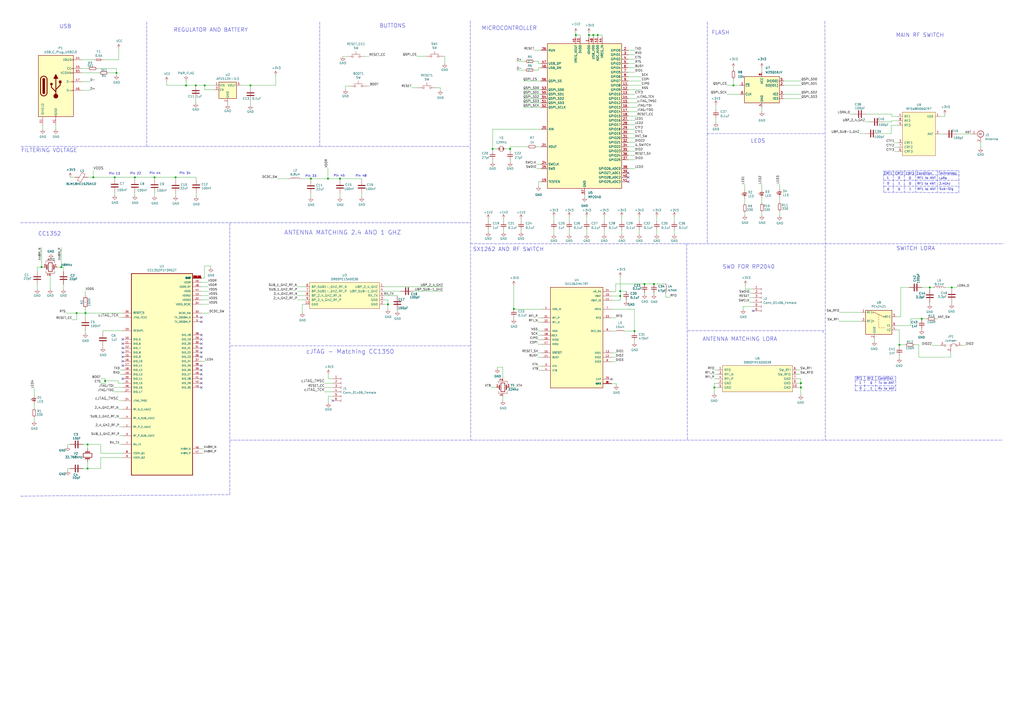
<source format=kicad_sch>
(kicad_sch (version 20211123) (generator eeschema)
  (paper "A2")
  (title_block (title "CatSniffer") (date "2021-04-11") (rev "2.0") (company "ElectronicCats") (comment 3 "Edgar Herrera") (comment 4 "Andres Sabas"))
  (junction (at 521.716 200.025))
  (junction (at 225.044 176.53))
  (junction (at 552.069 166.751))
  (junction (at 35.56 154.94))
  (junction (at 285.75 86.36))
  (junction (at 50.8 271.78))
  (junction (at 539.369 166.751))
  (junction (at 113.538 49.53))
  (junction (at 50.8 257.81))
  (junction (at 145.288 49.53))
  (junction (at 359.791 168.91))
  (junction (at 66.548 102.87))
  (junction (at 298.069 179.197))
  (junction (at 373.888 164.719))
  (junction (at 295.91 86.36))
  (junction (at 464.566 224.79))
  (junction (at 67.564 42.291))
  (junction (at 24.13 154.94))
  (junction (at 89.662 102.87))
  (junction (at 54.102 102.87))
  (junction (at 346.71 20.32))
  (junction (at 118.745 49.53))
  (junction (at 368.046 192.024))
  (junction (at 60.96 220.98))
  (junction (at 414.401 224.79))
  (junction (at 344.17 20.32))
  (junction (at 379.349 164.719))
  (junction (at 49.53 181.61))
  (junction (at 78.232 102.87))
  (junction (at 425.45 49.53))
  (junction (at 359.791 171.704))
  (junction (at 334.01 20.32))
  (junction (at 101.854 102.87))
  (junction (at 190.246 103.632))
  (junction (at 180.34 103.632))
  (junction (at 341.63 20.32))
  (junction (at 534.67 184.912))
  (junction (at 464.566 222.25))
  (junction (at 107.95 49.53))
  (junction (at 197.231 103.632))
  (junction (at 44.45 181.61))
  (no_connect (at 354.838 219.964))
  (no_connect (at 71.12 219.71))
  (no_connect (at 71.12 201.93))
  (no_connect (at 116.84 201.93))
  (no_connect (at 116.84 217.17))
  (no_connect (at 436.88 180.34))
  (no_connect (at 116.84 196.85))
  (no_connect (at 116.84 184.15))
  (no_connect (at 116.84 212.09))
  (no_connect (at 116.84 219.71))
  (no_connect (at 116.84 204.47))
  (no_connect (at 71.12 204.47))
  (no_connect (at 71.12 199.39))
  (no_connect (at 116.84 214.63))
  (no_connect (at 71.12 207.01))
  (no_connect (at 364.49 100.33))
  (no_connect (at 364.49 102.87))
  (no_connect (at 364.49 105.41))
  (no_connect (at 116.84 194.31))
  (no_connect (at 116.84 224.79))
  (no_connect (at 116.84 186.69))
  (no_connect (at 116.84 222.25))
  (no_connect (at 193.04 232.41))
  (no_connect (at 71.12 212.09))
  (no_connect (at 116.84 207.01))
  (no_connect (at 116.84 199.39))
  (no_connect (at 71.12 209.55))
  (no_connect (at 71.12 196.85))
  (wire (pts (xy 368.046 192.024) (xy 362.204 192.024)))
  (wire (pts (xy 198.882 32.766) (xy 201.422 32.766)))
  (wire (pts (xy 341.63 20.32) (xy 341.63 21.59)))
  (wire (pts (xy 462.28 214.63) (xy 464.185 214.63)))
  (wire (pts (xy 295.91 85.09) (xy 295.91 86.36)))
  (wire (pts (xy 145.288 60.96) (xy 145.288 58.42)))
  (wire (pts (xy 121.031 168.91) (xy 116.84 168.91)))
  (wire (pts (xy 364.49 92.71) (xy 368.3 92.71)))
  (wire (pts (xy 118.745 52.07) (xy 118.745 49.53)))
  (wire (pts (xy 349.25 21.59) (xy 349.25 20.32)))
  (wire (pts (xy 537.718 184.912) (xy 534.67 184.912)))
  (wire (pts (xy 41.91 185.42) (xy 44.45 185.42)))
  (wire (pts (xy 520.954 67.564) (xy 517.398 67.564)))
  (wire (pts (xy 364.49 67.31) (xy 369.57 67.31)))
  (wire (pts (xy 68.961 242.57) (xy 71.12 242.57)))
  (wire (pts (xy 364.49 64.77) (xy 369.57 64.77)))
  (wire (pts (xy 197.231 114.427) (xy 197.231 112.141)))
  (wire (pts (xy 354.838 204.724) (xy 357.251 204.724)))
  (wire (pts (xy 49.53 171.45) (xy 49.53 168.656)))
  (wire (pts (xy 364.49 59.69) (xy 369.57 59.69)))
  (wire (pts (xy 19.812 225.171) (xy 19.812 229.235)))
  (polyline (pts (xy 11.938 129.159) (xy 272.796 129.159)))
  (wire (pts (xy 68.58 222.25) (xy 68.58 220.98)))
  (wire (pts (xy 432.054 106.934) (xy 432.054 110.109)))
  (wire (pts (xy 452.247 106.553) (xy 452.247 109.474)))
  (wire (pts (xy 354.838 171.704) (xy 359.791 171.704)))
  (wire (pts (xy 309.88 40.64) (xy 312.42 40.64)))
  (wire (pts (xy 441.96 62.23) (xy 441.96 64.77)))
  (wire (pts (xy 40.64 257.81) (xy 39.37 257.81)))
  (wire (pts (xy 101.854 104.521) (xy 101.854 102.87)))
  (wire (pts (xy 436.88 175.26) (xy 434.848 175.26)))
  (wire (pts (xy 432.435 167.64) (xy 432.435 165.481)))
  (wire (pts (xy 68.834 34.671) (xy 68.834 28.194)))
  (wire (pts (xy 414.401 222.25) (xy 414.401 224.79)))
  (polyline (pts (xy 185.42 12.7) (xy 185.42 85.09)))
  (wire (pts (xy 425.45 39.37) (xy 425.45 40.64)))
  (polyline (pts (xy 85.09 12.7) (xy 85.09 85.09)))
  (wire (pts (xy 312.42 35.56) (xy 312.42 36.83)))
  (polyline (pts (xy 543.814 99.187) (xy 543.814 111.506)))
  (polyline (pts (xy 496.062 226.695) (xy 519.557 226.695)))
  (wire (pts (xy 36.83 154.94) (xy 36.83 157.48)))
  (wire (pts (xy 180.34 112.395) (xy 180.34 114.427)))
  (wire (pts (xy 190.246 97.282) (xy 190.246 103.632)))
  (wire (pts (xy 38.1 181.61) (xy 44.45 181.61)))
  (polyline (pts (xy 501.523 218.313) (xy 501.523 226.695)))
  (wire (pts (xy 116.84 260.35) (xy 118.11 260.35)))
  (polyline (pts (xy 133.35 129.54) (xy 133.35 255.27)))
  (wire (pts (xy 190.5 229.87) (xy 190.5 233.68)))
  (wire (pts (xy 415.29 60.96) (xy 415.29 63.5)))
  (wire (pts (xy 354.838 207.264) (xy 357.124 207.264)))
  (wire (pts (xy 56.261 39.751) (xy 67.564 39.751)))
  (wire (pts (xy 58.42 219.71) (xy 60.96 219.71)))
  (wire (pts (xy 68.834 237.49) (xy 71.12 237.49)))
  (wire (pts (xy 340.36 133.35) (xy 340.36 135.89)))
  (wire (pts (xy 416.56 219.71) (xy 414.401 219.71)))
  (wire (pts (xy 386.207 172.466) (xy 388.747 172.466)))
  (polyline (pts (xy 272.796 141.351) (xy 581.914 141.351)))
  (wire (pts (xy 101.854 102.87) (xy 89.662 102.87)))
  (wire (pts (xy 528.32 188.849) (xy 528.32 184.912)))
  (wire (pts (xy 188.214 224.79) (xy 193.04 224.79)))
  (wire (pts (xy 547.497 77.724) (xy 545.084 77.724)))
  (polyline (pts (xy 507.873 218.313) (xy 507.873 226.568)))
  (wire (pts (xy 175.387 176.53) (xy 175.387 181.356)))
  (wire (pts (xy 230.505 180.467) (xy 230.505 179.578)))
  (wire (pts (xy 346.71 21.59) (xy 346.71 20.32)))
  (wire (pts (xy 200.406 49.911) (xy 202.819 49.911)))
  (wire (pts (xy 391.16 125.73) (xy 391.16 128.27)))
  (wire (pts (xy 101.854 112.141) (xy 101.854 113.665)))
  (wire (pts (xy 368.046 197.739) (xy 368.046 198.628)))
  (wire (pts (xy 49.53 193.294) (xy 49.53 191.77)))
  (wire (pts (xy 222.758 171.45) (xy 230.505 171.45)))
  (wire (pts (xy 66.548 102.87) (xy 78.232 102.87)))
  (wire (pts (xy 314.198 199.644) (xy 311.912 199.644)))
  (wire (pts (xy 517.398 66.167) (xy 517.398 67.564)))
  (wire (pts (xy 350.52 125.73) (xy 350.52 128.27)))
  (wire (pts (xy 336.55 21.59) (xy 336.55 20.32)))
  (wire (pts (xy 59.69 191.77) (xy 59.69 193.04)))
  (wire (pts (xy 379.349 164.719) (xy 386.207 164.719)))
  (wire (pts (xy 552.069 166.751) (xy 552.069 167.767)))
  (wire (pts (xy 39.37 271.78) (xy 39.37 273.05)))
  (wire (pts (xy 67.564 39.751) (xy 67.564 42.291)))
  (wire (pts (xy 354.838 184.404) (xy 357.251 184.404)))
  (polyline (pts (xy 11.938 287.782) (xy 133.35 287.02)))
  (wire (pts (xy 113.792 114.046) (xy 113.792 111.887)))
  (wire (pts (xy 59.817 34.671) (xy 68.834 34.671)))
  (wire (pts (xy 121.158 171.45) (xy 116.84 171.45)))
  (wire (pts (xy 364.49 49.53) (xy 372.11 49.53)))
  (wire (pts (xy 527.304 166.751) (xy 522.478 166.751)))
  (wire (pts (xy 121.158 176.53) (xy 116.84 176.53)))
  (wire (pts (xy 177.038 168.91) (xy 172.466 168.91)))
  (wire (pts (xy 354.838 174.244) (xy 359.791 174.244)))
  (wire (pts (xy 311.15 95.25) (xy 313.69 95.25)))
  (polyline (pts (xy 12.065 84.963) (xy 272.796 84.963)))
  (wire (pts (xy 314.198 207.264) (xy 312.039 207.264)))
  (wire (pts (xy 71.12 191.77) (xy 59.69 191.77)))
  (wire (pts (xy 48.26 257.81) (xy 50.8 257.81)))
  (wire (pts (xy 462.28 219.71) (xy 464.566 219.71)))
  (wire (pts (xy 285.75 86.36) (xy 285.75 87.63)))
  (wire (pts (xy 552.069 166.751) (xy 555.117 166.751)))
  (wire (pts (xy 66.04 224.79) (xy 71.12 224.79)))
  (wire (pts (xy 67.564 42.291) (xy 67.564 43.434)))
  (polyline (pts (xy 512.699 104.648) (xy 556.641 104.648)))
  (wire (pts (xy 288.544 212.979) (xy 291.719 212.979)))
  (wire (pts (xy 241.681 32.639) (xy 247.015 32.639)))
  (wire (pts (xy 52.324 47.371) (xy 47.625 47.371)))
  (wire (pts (xy 364.49 52.07) (xy 372.11 52.07)))
  (wire (pts (xy 454.66 54.61) (xy 464.82 54.61)))
  (wire (pts (xy 354.838 169.164) (xy 357.124 169.164)))
  (wire (pts (xy 364.49 82.55) (xy 368.3 82.55)))
  (polyline (pts (xy 518.16 99.187) (xy 518.16 111.506)))
  (wire (pts (xy 373.888 164.719) (xy 379.349 164.719)))
  (wire (pts (xy 44.45 181.61) (xy 49.53 181.61)))
  (wire (pts (xy 414.401 224.79) (xy 414.401 228.092)))
  (wire (pts (xy 370.84 133.35) (xy 370.84 135.89)))
  (wire (pts (xy 350.52 133.35) (xy 350.52 135.89)))
  (polyline (pts (xy 478.536 12.192) (xy 478.79 255.27)))
  (wire (pts (xy 519.938 188.849) (xy 528.32 188.849)))
  (wire (pts (xy 521.716 201.168) (xy 521.716 200.025)))
  (wire (pts (xy 285.75 92.71) (xy 285.75 93.98)))
  (polyline (pts (xy 512.699 101.473) (xy 556.514 101.473)))
  (wire (pts (xy 309.88 29.21) (xy 313.69 29.21)))
  (wire (pts (xy 89.662 104.14) (xy 89.662 102.87)))
  (wire (pts (xy 107.95 46.99) (xy 107.95 49.53)))
  (wire (pts (xy 452.247 114.554) (xy 452.247 117.475)))
  (wire (pts (xy 71.12 262.89) (xy 58.42 262.89)))
  (wire (pts (xy 360.68 125.73) (xy 360.68 128.27)))
  (wire (pts (xy 39.37 257.81) (xy 39.37 259.08)))
  (wire (pts (xy 312.42 39.37) (xy 312.42 40.64)))
  (wire (pts (xy 291.719 212.979) (xy 291.719 219.583)))
  (wire (pts (xy 509.651 77.47) (xy 517.017 77.47)))
  (wire (pts (xy 517.017 77.47) (xy 517.017 72.644)))
  (wire (pts (xy 511.937 70.739) (xy 517.144 70.739)))
  (wire (pts (xy 416.56 217.17) (xy 414.401 217.17)))
  (wire (pts (xy 197.231 103.632) (xy 209.804 103.632)))
  (wire (pts (xy 421.64 49.53) (xy 425.45 49.53)))
  (wire (pts (xy 120.65 163.83) (xy 116.84 163.83)))
  (polyline (pts (xy 410.21 77.47) (xy 478.79 77.47)))
  (wire (pts (xy 486.664 186.309) (xy 499.618 186.309)))
  (wire (pts (xy 314.198 192.024) (xy 312.039 192.024)))
  (wire (pts (xy 364.49 57.15) (xy 369.57 57.15)))
  (wire (pts (xy 89.662 102.87) (xy 78.232 102.87)))
  (wire (pts (xy 54.102 102.87) (xy 66.548 102.87)))
  (wire (pts (xy 116.84 173.99) (xy 121.158 173.99)))
  (wire (pts (xy 118.745 49.53) (xy 124.46 49.53)))
  (wire (pts (xy 364.49 69.85) (xy 368.3 69.85)))
  (wire (pts (xy 58.42 265.43) (xy 71.12 265.43)))
  (wire (pts (xy 113.538 59.69) (xy 113.538 57.15)))
  (wire (pts (xy 364.49 77.47) (xy 368.3 77.47)))
  (wire (pts (xy 364.49 44.45) (xy 372.11 44.45)))
  (wire (pts (xy 160.909 103.632) (xy 167.386 103.632)))
  (polyline (pts (xy 496.062 218.313) (xy 519.557 218.313)))
  (wire (pts (xy 313.69 105.41) (xy 312.42 105.41)))
  (wire (pts (xy 190.246 103.632) (xy 197.231 103.632)))
  (wire (pts (xy 541.02 166.751) (xy 539.369 166.751)))
  (wire (pts (xy 21.59 154.94) (xy 24.13 154.94)))
  (wire (pts (xy 436.88 172.72) (xy 434.721 172.72)))
  (wire (pts (xy 321.31 133.35) (xy 321.31 135.89)))
  (wire (pts (xy 436.88 170.18) (xy 434.848 170.18)))
  (wire (pts (xy 364.49 87.63) (xy 368.3 87.63)))
  (wire (pts (xy 50.8 257.81) (xy 58.42 257.81)))
  (wire (pts (xy 48.26 271.78) (xy 50.8 271.78)))
  (wire (pts (xy 24.765 74.93) (xy 24.765 72.771)))
  (wire (pts (xy 354.838 179.324) (xy 368.046 179.324)))
  (wire (pts (xy 71.12 222.25) (xy 68.58 222.25)))
  (wire (pts (xy 303.53 62.23) (xy 313.69 62.23)))
  (wire (pts (xy 299.72 35.56) (xy 304.8 35.56)))
  (wire (pts (xy 299.466 224.663) (xy 295.529 224.663)))
  (wire (pts (xy 21.59 165.1) (xy 21.59 167.64)))
  (wire (pts (xy 188.341 227.33) (xy 193.04 227.33)))
  (wire (pts (xy 568.833 85.852) (xy 568.833 82.804)))
  (wire (pts (xy 24.13 143.51) (xy 24.13 154.94)))
  (wire (pts (xy 49.53 181.61) (xy 49.53 184.15)))
  (wire (pts (xy 69.469 217.17) (xy 71.12 217.17)))
  (wire (pts (xy 113.792 102.87) (xy 101.854 102.87)))
  (wire (pts (xy 551.561 204.216) (xy 551.561 207.137)))
  (wire (pts (xy 302.26 133.35) (xy 302.26 134.62)))
  (wire (pts (xy 60.96 220.98) (xy 60.96 222.25)))
  (wire (pts (xy 359.791 171.704) (xy 359.791 168.91)))
  (wire (pts (xy 370.84 125.73) (xy 370.84 128.27)))
  (polyline (pts (xy 556.26 111.76) (xy 556.26 99.06)))
  (wire (pts (xy 298.069 184.277) (xy 298.069 185.039)))
  (wire (pts (xy 283.21 127) (xy 283.21 128.27)))
  (wire (pts (xy 303.53 54.61) (xy 313.69 54.61)))
  (wire (pts (xy 519.938 183.769) (xy 522.478 183.769)))
  (wire (pts (xy 364.49 62.23) (xy 369.57 62.23)))
  (wire (pts (xy 462.28 222.25) (xy 464.566 222.25)))
  (wire (pts (xy 520.954 85.344) (xy 518.795 85.344)))
  (wire (pts (xy 441.96 109.855) (xy 441.96 106.68)))
  (polyline (pts (xy 477.52 191.77) (xy 477.52 193.04)))
  (wire (pts (xy 25.4 154.94) (xy 24.13 154.94)))
  (wire (pts (xy 339.09 113.03) (xy 339.09 114.3)))
  (wire (pts (xy 295.91 92.71) (xy 295.91 93.98)))
  (wire (pts (xy 225.044 173.99) (xy 225.044 176.53)))
  (wire (pts (xy 555.117 77.724) (xy 563.753 77.724)))
  (wire (pts (xy 312.039 212.344) (xy 314.198 212.344)))
  (wire (pts (xy 462.28 217.17) (xy 464.185 217.17)))
  (wire (pts (xy 225.044 176.53) (xy 225.044 179.451)))
  (wire (pts (xy 145.288 50.8) (xy 145.288 49.53)))
  (wire (pts (xy 432.054 124.841) (xy 432.054 123.19)))
  (wire (pts (xy 416.56 222.25) (xy 414.401 222.25)))
  (wire (pts (xy 314.198 194.564) (xy 312.039 194.564)))
  (wire (pts (xy 295.91 86.36) (xy 295.91 87.63)))
  (wire (pts (xy 421.64 54.61) (xy 429.26 54.61)))
  (wire (pts (xy 441.96 39.37) (xy 441.96 41.91)))
  (wire (pts (xy 47.625 42.291) (xy 57.658 42.291)))
  (wire (pts (xy 364.49 85.09) (xy 368.3 85.09)))
  (wire (pts (xy 557.911 200.406) (xy 560.197 200.406)))
  (wire (pts (xy 222.758 168.91) (xy 232.283 168.91)))
  (wire (pts (xy 118.618 161.29) (xy 118.618 154.305)))
  (wire (pts (xy 69.215 247.65) (xy 71.12 247.65)))
  (wire (pts (xy 436.88 167.64) (xy 432.435 167.64)))
  (wire (pts (xy 368.046 192.024) (xy 368.046 192.659)))
  (wire (pts (xy 416.56 224.79) (xy 414.401 224.79)))
  (wire (pts (xy 344.17 20.32) (xy 341.63 20.32)))
  (wire (pts (xy 145.288 49.53) (xy 159.893 49.53)))
  (wire (pts (xy 354.838 209.804) (xy 357.124 209.804)))
  (wire (pts (xy 373.888 169.799) (xy 373.888 170.561)))
  (polyline (pts (xy 519.557 218.313) (xy 519.557 226.695)))
  (wire (pts (xy 321.31 125.73) (xy 321.31 128.27)))
  (wire (pts (xy 303.53 46.99) (xy 313.69 46.99)))
  (wire (pts (xy 60.96 220.98) (xy 68.58 220.98)))
  (wire (pts (xy 432.054 118.11) (xy 432.054 115.189)))
  (wire (pts (xy 507.238 196.469) (xy 507.238 197.993)))
  (wire (pts (xy 120.777 166.37) (xy 116.84 166.37)))
  (wire (pts (xy 381 125.73) (xy 381 128.27)))
  (wire (pts (xy 391.16 133.35) (xy 391.16 135.89)))
  (wire (pts (xy 19.812 244.221) (xy 19.812 242.062)))
  (wire (pts (xy 519.938 191.389) (xy 521.716 191.389)))
  (wire (pts (xy 454.66 49.53) (xy 464.82 49.53)))
  (wire (pts (xy 520.954 72.644) (xy 517.017 72.644)))
  (wire (pts (xy 314.198 184.404) (xy 312.039 184.404)))
  (wire (pts (xy 36.83 165.1) (xy 36.83 167.64)))
  (wire (pts (xy 415.29 68.58) (xy 415.29 71.12)))
  (wire (pts (xy 517.144 70.739) (xy 517.144 70.104)))
  (wire (pts (xy 292.1 127) (xy 292.1 128.27)))
  (polyline (pts (xy 272.796 12.065) (xy 273.05 255.27)))
  (wire (pts (xy 540.512 200.406) (xy 545.211 200.406)))
  (wire (pts (xy 364.49 39.37) (xy 368.3 39.37)))
  (wire (pts (xy 313.69 74.93) (xy 285.75 74.93)))
  (wire (pts (xy 50.8 267.97) (xy 50.8 271.78)))
  (wire (pts (xy 222.758 166.37) (xy 257.048 166.37)))
  (wire (pts (xy 113.538 49.53) (xy 118.745 49.53)))
  (polyline (pts (xy 133.731 200.66) (xy 272.796 200.66)))
  (wire (pts (xy 66.548 102.87) (xy 66.548 103.886)))
  (wire (pts (xy 502.666 66.167) (xy 517.398 66.167)))
  (wire (pts (xy 116.84 161.29) (xy 118.618 161.29)))
  (wire (pts (xy 543.941 184.912) (xy 542.798 184.912)))
  (wire (pts (xy 180.34 103.632) (xy 190.246 103.632)))
  (wire (pts (xy 43.307 102.87) (xy 40.767 102.87)))
  (wire (pts (xy 302.26 127) (xy 302.26 128.27)))
  (wire (pts (xy 298.069 179.197) (xy 298.069 165.608)))
  (wire (pts (xy 113.792 102.87) (xy 113.792 104.267)))
  (wire (pts (xy 68.961 184.15) (xy 71.12 184.15)))
  (wire (pts (xy 50.8 257.81) (xy 50.8 260.35)))
  (wire (pts (xy 346.71 20.32) (xy 349.25 20.32)))
  (wire (pts (xy 107.95 49.53) (xy 113.538 49.53)))
  (wire (pts (xy 291.719 232.41) (xy 291.719 229.743)))
  (polyline (pts (xy 496.189 223.774) (xy 519.557 223.774)))
  (polyline (pts (xy 133.35 287.02) (xy 133.35 255.27)))
  (polyline (pts (xy 512.699 111.506) (xy 556.26 111.76)))
  (wire (pts (xy 239.903 168.91) (xy 256.921 168.91)))
  (polyline (pts (xy 410.21 12.7) (xy 410.21 77.47)))
  (wire (pts (xy 364.49 31.75) (xy 368.3 31.75)))
  (wire (pts (xy 132.08 59.69) (xy 132.08 60.579)))
  (wire (pts (xy 96.647 49.53) (xy 107.95 49.53)))
  (wire (pts (xy 486.918 181.229) (xy 499.618 181.229)))
  (wire (pts (xy 548.64 166.751) (xy 552.069 166.751)))
  (wire (pts (xy 441.96 117.856) (xy 441.96 114.935)))
  (wire (pts (xy 330.2 133.35) (xy 330.2 135.89)))
  (wire (pts (xy 78.232 102.87) (xy 78.232 104.013)))
  (wire (pts (xy 60.96 219.71) (xy 60.96 220.98)))
  (wire (pts (xy 360.68 133.35) (xy 360.68 135.89)))
  (wire (pts (xy 288.544 213.868) (xy 288.544 212.979)))
  (wire (pts (xy 292.1 133.35) (xy 292.1 134.62)))
  (wire (pts (xy 66.04 227.33) (xy 71.12 227.33)))
  (wire (pts (xy 548.132 67.564) (xy 548.132 66.421)))
  (wire (pts (xy 425.45 45.72) (xy 425.45 49.53)))
  (wire (pts (xy 35.56 143.51) (xy 35.56 154.94)))
  (wire (pts (xy 521.716 191.389) (xy 521.716 200.025)))
  (wire (pts (xy 517.144 70.104) (xy 520.954 70.104)))
  (wire (pts (xy 528.32 184.912) (xy 534.67 184.912)))
  (polyline (pts (xy 133.35 255.27) (xy 581.66 255.27)))
  (wire (pts (xy 71.12 257.81) (xy 69.342 257.81)))
  (polyline (pts (xy 496.062 226.695) (xy 496.062 218.313)))
  (wire (pts (xy 518.795 87.884) (xy 520.954 87.884)))
  (wire (pts (xy 177.038 176.53) (xy 175.387 176.53)))
  (wire (pts (xy 454.66 46.99) (xy 464.82 46.99)))
  (wire (pts (xy 368.046 179.324) (xy 368.046 192.024)))
  (wire (pts (xy 66.548 113.157) (xy 66.548 111.506)))
  (wire (pts (xy 209.804 103.632) (xy 209.804 104.521)))
  (wire (pts (xy 334.01 20.32) (xy 334.01 21.59)))
  (wire (pts (xy 69.342 252.73) (xy 71.12 252.73)))
  (wire (pts (xy 58.42 262.89) (xy 58.42 257.81)))
  (wire (pts (xy 50.927 102.87) (xy 54.102 102.87)))
  (wire (pts (xy 29.21 160.02) (xy 29.21 167.64)))
  (wire (pts (xy 340.36 125.73) (xy 340.36 128.27)))
  (wire (pts (xy 425.45 49.53) (xy 429.26 49.53)))
  (wire (pts (xy 285.75 86.36) (xy 288.29 86.36)))
  (wire (pts (xy 58.42 222.25) (xy 60.96 222.25)))
  (wire (pts (xy 193.04 229.87) (xy 190.5 229.87)))
  (wire (pts (xy 416.56 214.63) (xy 414.401 214.63)))
  (wire (pts (xy 200.406 51.943) (xy 200.406 49.911)))
  (wire (pts (xy 299.72 40.64) (xy 304.8 40.64)))
  (wire (pts (xy 40.64 271.78) (xy 39.37 271.78)))
  (wire (pts (xy 464.566 222.25) (xy 464.566 224.79)))
  (wire (pts (xy 534.67 184.912) (xy 534.67 185.547)))
  (wire (pts (xy 533.019 200.025) (xy 530.352 200.025)))
  (wire (pts (xy 284.861 224.663) (xy 287.909 224.663)))
  (wire (pts (xy 49.53 179.07) (xy 49.53 181.61)))
  (wire (pts (xy 118.999 209.55) (xy 116.84 209.55)))
  (wire (pts (xy 334.01 19.05) (xy 334.01 20.32)))
  (wire (pts (xy 257.937 36.703) (xy 257.937 32.639)))
  (wire (pts (xy 32.385 74.93) (xy 32.385 72.771)))
  (wire (pts (xy 303.53 52.07) (xy 313.69 52.07)))
  (wire (pts (xy 364.49 29.21) (xy 368.3 29.21)))
  (wire (pts (xy 464.566 219.71) (xy 464.566 222.25)))
  (wire (pts (xy 230.505 171.45) (xy 230.505 171.958)))
  (wire (pts (xy 69.596 214.63) (xy 71.12 214.63)))
  (wire (pts (xy 313.69 39.37) (xy 312.42 39.37)))
  (wire (pts (xy 357.124 169.164) (xy 357.124 164.719)))
  (polyline (pts (xy 531.114 99.187) (xy 531.114 111.506)))
  (wire (pts (xy 177.038 171.45) (xy 172.593 171.45)))
  (wire (pts (xy 257.937 32.639) (xy 257.175 32.639)))
  (wire (pts (xy 336.55 20.32) (xy 334.01 20.32)))
  (wire (pts (xy 177.038 173.99) (xy 172.466 173.99)))
  (wire (pts (xy 363.22 168.91) (xy 359.791 168.91)))
  (polyline (pts (xy 398.399 141.351) (xy 398.78 255.27)))
  (wire (pts (xy 35.56 154.94) (xy 36.83 154.94)))
  (wire (pts (xy 364.49 97.79) (xy 368.3 97.79)))
  (wire (pts (xy 58.42 271.78) (xy 58.42 265.43)))
  (wire (pts (xy 193.04 222.25) (xy 188.341 222.25)))
  (wire (pts (xy 209.804 114.3) (xy 209.804 112.141)))
  (wire (pts (xy 314.198 204.724) (xy 312.166 204.724)))
  (wire (pts (xy 354.838 222.504) (xy 357.505 222.504)))
  (wire (pts (xy 436.88 177.8) (xy 431.038 177.8)))
  (wire (pts (xy 238.76 50.927) (xy 242.57 50.927)))
  (wire (pts (xy 521.716 200.025) (xy 525.272 200.025)))
  (wire (pts (xy 364.49 34.29) (xy 368.3 34.29)))
  (wire (pts (xy 293.37 86.36) (xy 295.91 86.36)))
  (wire (pts (xy 298.069 179.324) (xy 314.198 179.324)))
  (wire (pts (xy 364.49 41.91) (xy 368.3 41.91)))
  (wire (pts (xy 211.582 32.766) (xy 214.122 32.766)))
  (wire (pts (xy 121.285 181.61) (xy 116.84 181.61)))
  (wire (pts (xy 533.019 207.137) (xy 533.019 200.025)))
  (wire (pts (xy 520.954 82.804) (xy 518.795 82.804)))
  (wire (pts (xy 298.069 179.324) (xy 298.069 179.197)))
  (wire (pts (xy 49.53 181.61) (xy 71.12 181.61)))
  (wire (pts (xy 552.069 176.276) (xy 552.069 175.387)))
  (wire (pts (xy 252.73 50.927) (xy 255.397 50.927)))
  (wire (pts (xy 180.34 104.775) (xy 180.34 103.632)))
  (wire (pts (xy 539.369 168.021) (xy 539.369 166.751)))
  (wire (pts (xy 357.505 222.504) (xy 357.505 223.393)))
  (wire (pts (xy 50.8 271.78) (xy 58.42 271.78)))
  (polyline (pts (xy 512.699 107.95) (xy 556.514 107.95)))
  (wire (pts (xy 330.2 125.73) (xy 330.2 128.27)))
  (wire (pts (xy 504.317 70.739) (xy 501.904 70.739)))
  (wire (pts (xy 539.369 176.53) (xy 539.369 175.641)))
  (wire (pts (xy 364.49 46.99) (xy 372.11 46.99)))
  (wire (pts (xy 309.88 35.56) (xy 312.42 35.56)))
  (wire (pts (xy 495.046 66.167) (xy 493.141 66.167)))
  (wire (pts (xy 364.49 72.39) (xy 368.3 72.39)))
  (wire (pts (xy 177.038 166.37) (xy 172.339 166.37)))
  (wire (pts (xy 341.63 19.05) (xy 341.63 20.32)))
  (wire (pts (xy 89.662 113.538) (xy 89.662 111.76)))
  (wire (pts (xy 363.22 173.99) (xy 363.22 174.625)))
  (wire (pts (xy 96.647 47.244) (xy 96.647 49.53)))
  (wire (pts (xy 190.5 219.71) (xy 193.04 219.71)))
  (wire (pts (xy 312.42 36.83) (xy 313.69 36.83)))
  (wire (pts (xy 551.561 207.137) (xy 533.019 207.137)))
  (wire (pts (xy 381 133.35) (xy 381 135.89)))
  (wire (pts (xy 311.15 85.09) (xy 313.69 85.09)))
  (wire (pts (xy 364.49 54.61) (xy 368.3 54.61)))
  (wire (pts (xy 452.247 125.095) (xy 452.247 122.555)))
  (polyline (pts (xy 398.78 191.77) (xy 477.52 191.77)))
  (wire (pts (xy 454.66 57.15) (xy 464.82 57.15)))
  (wire (pts (xy 118.618 154.305) (xy 122.301 154.305)))
  (wire (pts (xy 539.369 166.751) (xy 534.924 166.751)))
  (wire (pts (xy 44.45 181.61) (xy 44.45 185.42)))
  (wire (pts (xy 197.231 104.521) (xy 197.231 103.632)))
  (wire (pts (xy 364.49 80.01) (xy 368.3 80.01)))
  (wire (pts (xy 498.602 77.47) (xy 502.031 77.47)))
  (polyline (pts (xy 524.637 99.187) (xy 524.637 111.506)))
  (wire (pts (xy 33.02 154.94) (xy 35.56 154.94)))
  (polyline (pts (xy 496.062 220.472) (xy 519.557 220.472)))
  (wire (pts (xy 78.232 113.284) (xy 78.232 111.633)))
  (wire (pts (xy 521.716 206.248) (xy 521.716 207.772)))
  (wire (pts (xy 285.75 74.93) (xy 285.75 86.36)))
  (wire (pts (xy 464.566 224.79) (xy 464.566 229.108)))
  (wire (pts (xy 441.96 124.841) (xy 441.96 122.936)))
  (wire (pts (xy 159.893 49.53) (xy 159.893 43.815)))
  (polyline (pts (xy 512.699 99.187) (xy 556.26 99.06)))
  (wire (pts (xy 52.324 52.451) (xy 47.625 52.451)))
  (wire (pts (xy 124.46 52.07) (xy 118.745 52.07)))
  (wire (pts (xy 344.17 21.59) (xy 344.17 20.32)))
  (wire (pts (xy 346.71 20.32) (xy 344.17 20.32)))
  (wire (pts (xy 314.198 186.944) (xy 312.039 186.944)))
  (wire (pts (xy 312.293 214.884) (xy 314.198 214.884)))
  (wire (pts (xy 311.15 97.79) (xy 313.69 97.79)))
  (wire (pts (xy 314.198 197.104) (xy 312.039 197.104)))
  (wire (pts (xy 545.084 67.564) (xy 548.132 67.564)))
  (wire (pts (xy 29.21 149.86) (xy 29.591 150.241)))
  (wire (pts (xy 118.11 262.89) (xy 116.84 262.89)))
  (wire (pts (xy 379.349 169.799) (xy 379.349 170.688)))
  (wire (pts (xy 303.53 57.15) (xy 313.69 57.15)))
  (wire (pts (xy 312.42 105.41) (xy 312.42 107.95)))
  (wire (pts (xy 364.49 36.83) (xy 368.3 36.83)))
  (polyline (pts (xy 512.699 111.506) (xy 512.699 99.187)))
  (wire (pts (xy 359.791 168.91) (xy 359.791 160.655)))
  (wire (pts (xy 303.53 59.69) (xy 313.69 59.69)))
  (wire (pts (xy 59.69 201.549) (xy 59.69 200.66)))
  (wire (pts (xy 19.812 234.315) (xy 19.812 236.982)))
  (wire (pts (xy 359.791 174.244) (xy 359.791 171.704)))
  (polyline (pts (xy 410.21 77.47) (xy 410.21 140.97)))
  (wire (pts (xy 283.21 133.35) (xy 283.21 134.62)))
  (wire (pts (xy 62.738 42.291) (xy 67.564 42.291)))
  (wire (pts (xy 47.625 39.751) (xy 51.181 39.751)))
  (wire (pts (xy 122.301 154.305) (xy 122.301 155.321)))
  (wire (pts (xy 357.124 164.719) (xy 373.888 164.719)))
  (wire (pts (xy 222.758 176.53) (xy 225.044 176.53)))
  (wire (pts (xy 364.49 90.17) (xy 368.3 90.17)))
  (wire (pts (xy 255.397 50.927) (xy 255.397 52.324)))
  (wire (pts (xy 431.038 177.8) (xy 431.038 179.451)))
  (wire (pts (xy 222.758 173.99) (xy 225.044 173.99)))
  (wire (pts (xy 386.207 169.799) (xy 386.207 172.466)))
  (wire (pts (xy 354.838 192.024) (xy 357.124 192.024)))
  (wire (pts (xy 534.67 191.262) (xy 534.67 190.627)))
  (wire (pts (xy 462.28 224.79) (xy 464.566 224.79)))
  (wire (pts (xy 139.7 49.53) (xy 145.288 49.53)))
  (wire (pts (xy 68.834 232.41) (xy 71.12 232.41)))
  (wire (pts (xy 21.59 157.48) (xy 21.59 154.94)))
  (wire (pts (xy 306.07 85.09) (xy 295.91 85.09)))
  (wire (pts (xy 364.49 74.93) (xy 368.3 74.93)))
  (wire (pts (xy 54.102 98.806) (xy 54.102 102.87)))
  (wire (pts (xy 47.625 34.671) (xy 54.737 34.671)))
  (wire (pts (xy 214.503 49.911) (xy 212.979 49.911)))
  (wire (pts (xy 175.006 103.632) (xy 180.34 103.632)))
  (wire (pts (xy 522.478 166.751) (xy 522.478 183.769)))
  (wire (pts (xy 190.5 217.17) (xy 190.5 219.71)))
  (text "RF1 to ANT" (at 532.003 110.617 0) (effects (font (size 1.27 1.27)) (justify left bottom)))
  (text "cJTAG - Matching CC1350" (at 177.546 205.613 0) (effects (font (size 2.5146 2.5146)) (justify left bottom)))
  (text "Rx to ANT" (at 509.397 226.314 0) (effects (font (size 1.27 1.27)) (justify left bottom)))
  (text "Pin 48\n" (at 206.121 102.87 0) (effects (font (size 1.27 1.27)) (justify left bottom)))
  (text "Pin 33\n" (at 177.038 102.997 0) (effects (font (size 1.27 1.27)) (justify left bottom)))
  (text "2.4Ghz" (at 544.703 107.442 0) (effects (font (size 1.27 1.27)) (justify left bottom)))
  (text "0" (at 504.698 223.139 0) (effects (font (size 1.27 1.27)) (justify left bottom)))
  (text "CRF2" (at 519.049 101.473 0) (effects (font (size 1.27 1.27)) (justify left bottom)))
  (text "REGULATOR AND BATTERY" (at 100.711 18.796 0) (effects (font (size 2.2606 2.2606)) (justify left bottom)))
  (text "SWD FOR RP2040" (at 419.1 156.21 0) (effects (font (size 2.2606 2.2606)) (justify left bottom)))
  (text "ANTENNA MATCHING LORA" (at 450.85 198.12 180) (effects (font (size 2.2606 2.2606)) (justify right bottom)))
  (text "RF1" (at 496.57 220.345 0) (effects (font (size 1.27 1.27)) (justify left bottom)))
  (text "1" (at 527.304 110.617 0) (effects (font (size 1.27 1.27)) (justify left bottom)))
  (text "0" (at 498.475 226.187 0) (effects (font (size 1.27 1.27)) (justify left bottom)))
  (text "SWITCH LORA" (at 542.417 145.542 180) (effects (font (size 2.2606 2.2606)) (justify right bottom)))
  (text "ANTENNA MATCHING 2.4 AND 1 GHZ" (at 164.846 136.525 0) (effects (font (size 2.5146 2.5146)) (justify left bottom)))
  (text "Pin 34\n" (at 104.013 101.346 0) (effects (font (size 1.27 1.27)) (justify left bottom)))
  (text "1" (at 498.348 223.012 0) (effects (font (size 1.27 1.27)) (justify left bottom)))
  (text "Pin 45\n" (at 193.421 102.743 0) (effects (font (size 1.27 1.27)) (justify left bottom)))
  (text "0" (at 514.477 107.315 0) (effects (font (size 1.27 1.27)) (justify left bottom)))
  (text "CRF1" (at 512.699 101.473 0) (effects (font (size 1.27 1.27)) (justify left bottom)))
  (text "FILTERING VOLTAGE" (at 12.192 88.646 0) (effects (font (size 2.2606 2.2606)) (justify left bottom)))
  (text "Condition" (at 509.143 220.345 0) (effects (font (size 1.27 1.27)) (justify left bottom)))
  (text "Pin 44" (at 86.614 101.346 0) (effects (font (size 1.27 1.27)) (justify left bottom)))
  (text "Technology" (at 544.322 101.346 0) (effects (font (size 1.27 1.27)) (justify left bottom)))
  (text "FLASH" (at 412.75 20.32 0) (effects (font (size 2.2606 2.2606)) (justify left bottom)))
  (text "0" (at 520.827 110.744 0) (effects (font (size 1.27 1.27)) (justify left bottom)))
  (text "Condition" (at 531.622 101.473 0) (effects (font (size 1.27 1.27)) (justify left bottom)))
  (text "Pin 22\n" (at 75.311 101.473 0) (effects (font (size 1.27 1.27)) (justify left bottom)))
  (text "Tx to ANT" (at 509.524 223.012 0) (effects (font (size 1.27 1.27)) (justify left bottom)))
  (text "MAIN RF SWITCH" (at 519.684 21.844 0) (effects (font (size 2.2606 2.2606)) (justify left bottom)))
  (text "RF1 to ANT" (at 531.876 107.442 0) (effects (font (size 1.27 1.27)) (justify left bottom)))
  (text "BUTTONS\n" (at 220.091 16.383 0) (effects (font (size 2.2606 2.2606)) (justify left bottom)))
  (text "Pin 13\n" (at 63.119 101.6 0) (effects (font (size 1.27 1.27)) (justify left bottom)))
  (text "1" (at 504.698 226.314 0) (effects (font (size 1.27 1.27)) (justify left bottom)))
  (text "0" (at 527.177 107.442 0) (effects (font (size 1.27 1.27)) (justify left bottom)))
  (text "CC1352" (at 22.098 137.033 0) (effects (font (size 2.2606 2.2606)) (justify left bottom)))
  (text "0" (at 520.827 104.14 0) (effects (font (size 1.27 1.27)) (justify left bottom)))
  (text "LoRa" (at 544.576 104.267 0) (effects (font (size 1.27 1.27)) (justify left bottom)))
  (text "CRF3" (at 525.399 101.6 0) (effects (font (size 1.27 1.27)) (justify left bottom)))
  (text "1" (at 514.35 104.14 0) (effects (font (size 1.27 1.27)) (justify left bottom)))
  (text "Sub-Gig" (at 544.83 110.49 0) (effects (font (size 1.27 1.27)) (justify left bottom)))
  (text "MICROCONTROLLER" (at 279.4 17.78 0) (effects (font (size 2.2606 2.2606)) (justify left bottom)))
  (text "1" (at 520.954 107.315 0) (effects (font (size 1.27 1.27)) (justify left bottom)))
  (text "USB" (at 34.417 16.764 0) (effects (font (size 2.2606 2.2606)) (justify left bottom)))
  (text "SX1262 AND RF SWITCH\n" (at 274.32 146.05 0) (effects (font (size 2.2606 2.2606)) (justify left bottom)))
  (text "RF1 to ANT" (at 532.003 104.14 0) (effects (font (size 1.27 1.27)) (justify left bottom)))
  (text "LEDS" (at 435.483 83.185 0) (effects (font (size 2.2606 2.2606)) (justify left bottom)))
  (text "0" (at 514.477 110.744 0) (effects (font (size 1.27 1.27)) (justify left bottom)))
  (text "0" (at 527.177 104.267 0) (effects (font (size 1.27 1.27)) (justify left bottom)))
  (text "RF2" (at 502.92 220.472 0) (effects (font (size 1.27 1.27)) (justify left bottom)))
  (label "LED1" (at 432.054 106.934 90))
  (label "TXD" (at 69.596 214.63 180))
  (label "2_4_GHZ_RF_P" (at 172.466 173.99 180))
  (label "CTS" (at 58.42 222.25 180))
  (label "RXD" (at 69.469 217.17 180))
  (label "VDDS" (at 121.158 176.53 0))
  (label "QSPI_SD3" (at 464.82 57.15 0))
  (label "CTS" (at 368.3 34.29 0))
  (label "D+" (at 52.324 52.451 0))
  (label "DIO22" (at 368.3 82.55 0))
  (label "BOOT" (at 214.503 49.911 0))
  (label "RESET" (at 309.88 29.21 180))
  (label "ANT_SW" (at 543.941 184.912 0))
  (label "RESET_CC" (at 41.91 185.42 180))
  (label "VDDR" (at 120.777 166.37 0))
  (label "ANT_SW" (at 368.3 80.01 0))
  (label "QSPI_SD2" (at 303.53 57.15 0))
  (label "SUB_1_GHZ_RF_N" (at 172.339 166.37 180))
  (label "U_SWITCH" (at 368.3 85.09 0))
  (label "cJTAG_TCK" (at 188.341 227.33 180) (effects (font (size 1.524 1.524))))
  (label "DIO2" (at 368.3 87.63 0))
  (label "RXD" (at 368.3 31.75 0))
  (label "X48M_N" (at 118.11 260.35 0))
  (label "QSPI_CS" (at 303.53 46.99 0))
  (label "NSS" (at 312.039 192.024 180))
  (label "CTF3" (at 368.3 54.61 0))
  (label "QSPI_SD1" (at 303.53 54.61 0))
  (label "cJTAG_TMSC" (at 68.834 232.41 180) (effects (font (size 1.524 1.524))))
  (label "RESET_SX" (at 368.3 90.17 0))
  (label "UBP_2_4_GHZ" (at 257.048 166.37 180))
  (label "COPI" (at 372.11 46.99 0))
  (label "BUSY" (at 368.3 39.37 0))
  (label "D-" (at 299.72 40.64 0))
  (label "QSPI_CS" (at 241.681 32.639 180))
  (label "UBP_2_4_GHZ" (at 501.904 70.739 180))
  (label "QSPI_SD2" (at 464.82 54.61 0))
  (label "VDDR" (at 120.65 163.83 0))
  (label "SW_RFO" (at 464.185 217.17 0))
  (label "SWCLK" (at 434.848 175.26 180))
  (label "cJTAG_TCK" (at 68.961 184.15 180) (effects (font (size 1.524 1.524))))
  (label "cJTAG_TMSC" (at 188.341 222.25 180) (effects (font (size 1.524 1.524))))
  (label "LED4" (at 19.812 225.171 90))
  (label "JTAG{slash}TDI" (at 66.04 224.79 180))
  (label "RESET_SX" (at 312.166 204.724 180))
  (label "SCK" (at 312.039 194.564 180))
  (label "XTB" (at 312.293 214.884 180))
  (label "QSPI_CS" (at 421.64 49.53 180))
  (label "JTAG{slash}TDI" (at 369.57 62.23 0))
  (label "RFO" (at 414.401 214.63 180))
  (label "SW_RFI" (at 486.664 186.309 180))
  (label "QSPI_SCK" (at 303.53 62.23 0))
  (label "QSPI_SD0" (at 464.82 46.99 0))
  (label "RTS" (at 368.3 36.83 0))
  (label "CTF2" (at 518.795 85.344 180))
  (label "SWCLK" (at 311.15 95.25 180))
  (label "LED4" (at 118.999 209.55 0))
  (label "RFO" (at 357.251 184.404 0))
  (label "D-" (at 52.324 47.371 0))
  (label "RESET_CC" (at 369.57 67.31 0))
  (label "LED3" (at 368.3 97.79 0))
  (label "DIO1" (at 368.3 41.91 0))
  (label "VDDS" (at 54.102 98.806 0) (effects (font (size 1.524 1.524))))
  (label "X48M_P" (at 118.11 262.89 0))
  (label "TXD" (at 368.3 29.21 0))
  (label "LED2" (at 368.3 72.39 0))
  (label "RFO" (at 388.747 172.466 0))
  (label "VDDS" (at 49.53 168.656 0))
  (label "2_4_GHZ_RF_N" (at 172.593 171.45 180))
  (label "SUB_1_GHZ_RF_N" (at 68.961 242.57 180))
  (label "XTA" (at 299.466 224.663 0))
  (label "2_4_GHZ_RF_N" (at 68.834 237.49 180))
  (label "DCDC_SW" (at 160.909 103.632 180))
  (label "SW_RFI" (at 464.185 214.63 0))
  (label "XTB" (at 284.861 224.663 180))
  (label "DIO2" (at 357.124 207.264 0))
  (label "JTAG{slash}TDO" (at 66.04 227.33 180))
  (label "QSPI_SD1" (at 464.82 49.53 0))
  (label "RFI_P" (at 312.039 184.404 180))
  (label "SWDIO" (at 434.848 170.18 180))
  (label "RESET" (at 434.721 172.72 180))
  (label "SW_RFO" (at 486.918 181.229 180))
  (label "cJTAG_TMSC" (at 369.57 59.69 0))
  (label "cJTAG_TCK" (at 369.57 57.15 0))
  (label "NSS" (at 372.11 52.07 0))
  (label "RX_TX" (at 69.342 257.81 180))
  (label "X48M_N" (at 24.13 143.51 270))
  (label "RFI_P" (at 414.401 219.71 180))
  (label "RTS" (at 38.1 181.61 180))
  (label "XTA" (at 312.039 212.344 180))
  (label "DIO1" (at 357.251 204.724 0))
  (label "CTF2" (at 368.3 74.93 0))
  (label "VDDS" (at 121.031 168.91 0))
  (label "CTF3" (at 518.795 87.884 180))
  (label "RESET_CC" (at 214.122 32.766 0))
  (label "DIO3" (at 357.124 209.804 0))
  (label "RESET" (at 238.76 50.927 180))
  (label "BOOT" (at 58.42 219.71 180))
  (label "CIPO" (at 312.039 197.104 180))
  (label "RFI_N" (at 312.039 186.944 180))
  (label "LED1" (at 368.3 69.85 0))
  (label "DIO3" (at 368.3 92.71 0))
  (label "LORA_O" (at 555.117 166.751 0))
  (label "BUSY" (at 312.039 207.264 180))
  (label "SCK" (at 372.11 44.45 0))
  (label "QSPI_SD0" (at 303.53 52.07 0))
  (label "UBP_SUB-1_GHZ" (at 498.602 77.47 180))
  (label "SUB_1_GHZ_RF_P" (at 172.466 168.91 180))
  (label "JTAG{slash}TDO" (at 369.57 64.77 0))
  (label "DIO2" (at 560.197 200.406 0))
  (label "2_4_GHZ_RF_P" (at 69.215 247.65 180))
  (label "VDDS" (at 121.158 171.45 0))
  (label "D+" (at 299.72 35.56 0))
  (label "QSPI_SCK" (at 421.64 54.61 180))
  (label "QSPI_SD3" (at 303.53 59.69 0))
  (label "LORA_O" (at 493.141 66.167 180))
  (label "SUB_1_GHZ_RF_P" (at 69.342 252.73 180))
  (label "CIPO" (at 372.11 49.53 0))
  (label "LED2" (at 441.96 106.68 90))
  (label "COPI" (at 311.912 199.644 180))
  (label "RFI_N" (at 414.401 217.17 180))
  (label "VDDS" (at 121.158 173.99 0))
  (label "X48M_P" (at 35.56 143.51 270))
  (label "RESET_CC" (at 188.214 224.79 180))
  (label "CTF1" (at 368.3 77.47 0))
  (label "VDDR" (at 190.246 97.282 90))
  (label "DIO22" (at 540.512 200.406 180))
  (label "RX_TX" (at 228.473 171.45 180))
  (label "ANT" (at 559.816 77.724 0))
  (label "SWDIO" (at 311.15 97.79 180))
  (label "UBP_SUB-1_GHZ" (at 256.921 168.91 180))
  (label "LED3" (at 452.247 106.553 90))
  (label "CTF1" (at 518.795 82.804 180))
  (label "DCDC_SW" (at 121.285 181.61 0))
  (symbol (lib_id "CatSniffer-rescue:Crystal-Device-CatStick-rescue-CatSniffer-rescue") (at 50.8 264.16 270) (unit 1)
    (property "Reference" "Y2" (at 44.069 263.144 90))
    (property "Value" "32.768kHz" (at 42.799 265.176 90))
    (property "Footprint" "Crystal:Crystal_SMD_2012-2Pin_2.0x1.2mm" (effects hide))
    (property "LCSC#" "C97603" (effects hide))
    (property "manf#" "SC-20S,32.768kHz,20PPM,9pF" (effects hide))
    (property "provedor" "LCSC" (effects hide))
  )
  (symbol (lib_id "CatSniffer-rescue:C-Device-CatStick-rescue-CatSniffer-rescue") (at 44.45 257.81 270) (unit 1)
    (property "Reference" "C3" (at 42.672 251.968 90) (effects (justify left)))
    (property "Value" "10pF" (at 42.037 254.254 90) (effects (justify left)))
    (property "Footprint" "Capacitor_SMD:C_0603_1608Metric" (effects hide))
    (property "Datasheet" "~" (at 44.45 257.81 0))
    (property "manf#" "CL10C100DB81PNC" (effects hide))
    (property "provedor" "LCSC" (effects hide))
    (property "LCSC#" "C472782" (effects hide))
  )
  (symbol (lib_id "CatSniffer-rescue:C-Device-CatStick-rescue-CatSniffer-rescue") (at 44.45 271.78 270) (unit 1)
    (property "Reference" "C4" (at 42.545 275.463 90) (effects (justify left)))
    (property "Value" "10pF" (at 41.91 277.114 90) (effects (justify left)))
    (property "Footprint" "Capacitor_SMD:C_0603_1608Metric" (effects hide))
    (property "Datasheet" "~" (at 44.45 271.78 0))
    (property "manf#" "CL10C100DB81PNC" (effects hide))
    (property "provedor" "LCSC" (effects hide))
    (property "LCSC#" "C472782" (effects hide))
  )
  (symbol (lib_id "CatSniffer-rescue:GND-power-CatStick-rescue-CatSniffer-rescue") (at 39.37 259.08 0) (unit 1)
    (property "Reference" "#PWR08" (effects hide))
    (property "Value" "GND" (at 36.195 261.239 0))
  )
  (symbol (lib_id "CatSniffer-rescue:GND-power-CatStick-rescue-CatSniffer-rescue") (at 39.37 273.05 0) (unit 1)
    (property "Reference" "#PWR09" (effects hide))
    (property "Value" "GND" (at 36.195 274.955 0))
  )
  (symbol (lib_id "CatSniffer-rescue:Ferrite_Bead-Device-CatStick-rescue-CatSniffer-rescue") (at 47.117 102.87 270) (unit 1)
    (property "Reference" "L1" (at 47.752 99.06 90))
    (property "Value" "BLM18HE152SN1D " (at 47.117 106.68 90))
    (property "Footprint" "Inductor_SMD:L_0603_1608Metric" (effects hide))
    (property "Mouser#" "BLM18HE152SN1D " (effects hide))
    (property "manf#" "BLM18HE152SN1D " (effects hide))
    (property "provedor" "Mouser" (effects hide))
  )
  (symbol (lib_id "CatSniffer-rescue:C-Device-CatStick-rescue-CatSniffer-rescue") (at 113.538 53.34 180) (unit 1)
    (property "Reference" "C11" (at 112.903 55.88 0) (effects (justify left)))
    (property "Value" "1uF" (at 117.348 55.88 0) (effects (justify left)))
    (property "Footprint" "Capacitor_SMD:C_0603_1608Metric" (effects hide))
    (property "Datasheet" "~" (at 113.538 53.34 0))
    (property "manf#" "0603F105M500NT" (effects hide))
    (property "provedor" "LCSC" (effects hide))
    (property "LCSC#" "C15849" (effects hide))
  )
  (symbol (lib_id "CatSniffer-rescue:C-Device-CatStick-rescue-CatSniffer-rescue") (at 145.288 54.61 180) (unit 1)
    (property "Reference" "C13" (at 144.653 57.15 0) (effects (justify left)))
    (property "Value" "0.1uF" (at 151.638 57.15 0) (effects (justify left)))
    (property "Footprint" "Capacitor_SMD:C_0603_1608Metric" (effects hide))
    (property "Datasheet" "~" (at 145.288 54.61 0))
    (property "LCSC#" "C282519" (effects hide))
    (property "provedor" "LCSC" (effects hide))
    (property "manf#" "GRM155R62A104ME14D" (effects hide))
  )
  (symbol (lib_id "CatSniffer-rescue:GND-power-CatStick-rescue-CatSniffer-rescue") (at 132.08 60.579 0) (unit 1)
    (property "Reference" "#PWR023" (effects hide))
    (property "Value" "GND" (at 132.08 64.389 0))
  )
  (symbol (lib_id "CatSniffer-rescue:GND-power-CatStick-rescue-CatSniffer-rescue") (at 113.538 59.69 0) (unit 1)
    (property "Reference" "#PWR020" (effects hide))
    (property "Value" "GND" (at 113.538 63.5 0))
  )
  (symbol (lib_id "CatSniffer-rescue:GND-power-CatStick-rescue-CatSniffer-rescue") (at 145.288 60.96 0) (unit 1)
    (property "Reference" "#PWR024" (effects hide))
    (property "Value" "GND" (at 145.288 64.77 0))
  )
  (symbol (lib_id "CatSniffer-rescue:GND-power-CatStick-rescue-CatSniffer-rescue") (at 198.882 32.766 0) (unit 1)
    (property "Reference" "#PWR031" (effects hide))
    (property "Value" "GND" (at 198.882 36.576 0))
  )
  (symbol (lib_id "CatSniffer-rescue:PWR_FLAG-power-CatStick-rescue-CatSniffer-rescue") (at 107.95 46.99 0) (unit 1)
    (property "Reference" "#FLG01" (effects hide))
    (property "Value" "PWR_FLAG" (at 107.95 42.418 0))
  )
  (symbol (lib_id "CatSniffer-rescue:GND-power-CatStick-rescue-CatSniffer-rescue") (at 568.833 85.852 0) (unit 1)
    (property "Reference" "#PWR094" (effects hide))
    (property "Value" "GND" (at 568.833 89.662 0))
  )
  (symbol (lib_id "CatSniffer-rescue:C-Device-CatStick-rescue-CatSniffer-rescue") (at 66.548 107.696 0) (unit 1)
    (property "Reference" "C7" (at 69.469 106.5276 0) (effects (justify left)))
    (property "Value" "100nF" (at 67.818 110.236 0) (effects (justify left)))
    (property "Footprint" "Capacitor_SMD:C_0402_1005Metric" (effects hide))
    (property "LCSC#" "C162179" (effects hide))
    (property "provedor" "LCSC" (effects hide))
    (property "manf#" "GRM155R62A104ME14D" (effects hide))
  )
  (symbol (lib_id "CatSniffer-rescue:GND-power-CatStick-rescue-CatSniffer-rescue") (at 66.548 113.157 0) (unit 1)
    (property "Reference" "#PWR013" (effects hide))
    (property "Value" "GND" (at 66.675 117.5512 0))
  )
  (symbol (lib_id "CatSniffer-rescue:C-Device-CatStick-rescue-CatSniffer-rescue") (at 78.232 107.823 0) (unit 1)
    (property "Reference" "C8" (at 81.153 106.6546 0) (effects (justify left)))
    (property "Value" "100nF" (at 79.502 110.363 0) (effects (justify left)))
    (property "Footprint" "Capacitor_SMD:C_0402_1005Metric" (effects hide))
    (property "LCSC#" "C162179" (effects hide))
    (property "provedor" "LCSC" (effects hide))
    (property "manf#" "GRM155R62A104ME14D" (effects hide))
  )
  (symbol (lib_id "CatSniffer-rescue:C-Device-CatStick-rescue-CatSniffer-rescue") (at 89.662 107.95 0) (unit 1)
    (property "Reference" "C9" (at 92.583 106.7816 0) (effects (justify left)))
    (property "Value" "100nF" (at 90.932 110.49 0) (effects (justify left)))
    (property "Footprint" "Capacitor_SMD:C_0402_1005Metric" (effects hide))
    (property "LCSC#" "C162179" (effects hide))
    (property "provedor" "LCSC" (effects hide))
    (property "manf#" "GRM155R62A104ME14D" (effects hide))
  )
  (symbol (lib_id "CatSniffer-rescue:C-Device-CatStick-rescue-CatSniffer-rescue") (at 101.854 108.331 0) (unit 1)
    (property "Reference" "C10" (at 104.775 107.1626 0) (effects (justify left)))
    (property "Value" "22uF" (at 104.394 109.22 0) (effects (justify left)))
    (property "Footprint" "Capacitor_SMD:C_0603_1608Metric" (effects hide))
    (property "LCSC#" "C109447" (effects hide))
    (property "manf#" "CC0603MRX5R6BB226" (effects hide))
    (property "provedor" "LCSC" (effects hide))
  )
  (symbol (lib_id "CatSniffer-rescue:C-Device-CatStick-rescue-CatSniffer-rescue") (at 113.792 108.077 0) (unit 1)
    (property "Reference" "C12" (at 116.713 106.9086 0) (effects (justify left)))
    (property "Value" "100nF" (at 116.713 109.22 0) (effects (justify left)))
    (property "Footprint" "Capacitor_SMD:C_0402_1005Metric" (effects hide))
    (property "LCSC#" "C162179" (effects hide))
    (property "provedor" "LCSC" (effects hide))
    (property "manf#" "GRM155R62A104ME14D" (effects hide))
  )
  (symbol (lib_id "CatSniffer-rescue:GND-power-CatStick-rescue-CatSniffer-rescue") (at 78.232 113.284 0) (unit 1)
    (property "Reference" "#PWR016" (effects hide))
    (property "Value" "GND" (at 78.359 117.6782 0))
  )
  (symbol (lib_id "CatSniffer-rescue:GND-power-CatStick-rescue-CatSniffer-rescue") (at 89.662 113.538 0) (unit 1)
    (property "Reference" "#PWR017" (effects hide))
    (property "Value" "GND" (at 89.789 117.9322 0))
  )
  (symbol (lib_id "CatSniffer-rescue:GND-power-CatStick-rescue-CatSniffer-rescue") (at 101.854 113.665 0) (unit 1)
    (property "Reference" "#PWR019" (effects hide))
    (property "Value" "GND" (at 101.981 118.0592 0))
  )
  (symbol (lib_id "CatSniffer-rescue:GND-power-CatStick-rescue-CatSniffer-rescue") (at 113.792 114.046 0) (unit 1)
    (property "Reference" "#PWR021" (effects hide))
    (property "Value" "GND" (at 113.919 118.4402 0))
  )
  (symbol (lib_id "CatSniffer-rescue:L-Device-CatStick-rescue-CatSniffer-rescue") (at 171.196 103.632 90) (unit 1)
    (property "Reference" "L2" (at 171.196 98.806 90))
    (property "Value" "6.8uH" (at 171.196 101.1174 90))
    (property "Footprint" "Inductor_SMD:L_0603_1608Metric" (effects hide))
    (property "manf#" "MLZ1608M6R8WT000 " (effects hide))
    (property "provedor" "Mouser" (effects hide))
    (property "Mouser#" "MLZ1608M6R8WT000 " (effects hide))
  )
  (symbol (lib_id "CatSniffer-rescue:C-Device-CatStick-rescue-CatSniffer-rescue") (at 180.34 108.585 0) (unit 1)
    (property "Reference" "C14" (at 183.261 107.4166 0) (effects (justify left)))
    (property "Value" "22uF" (at 183.261 109.728 0) (effects (justify left)))
    (property "Footprint" "Capacitor_SMD:C_0603_1608Metric" (effects hide))
    (property "LCSC#" "C109447" (effects hide))
    (property "manf#" "CC0603MRX5R6BB226" (effects hide))
    (property "provedor" "LCSC" (effects hide))
  )
  (symbol (lib_id "CatSniffer-rescue:C-Device-CatStick-rescue-CatSniffer-rescue") (at 197.231 108.331 0) (unit 1)
    (property "Reference" "C15" (at 200.152 107.1626 0) (effects (justify left)))
    (property "Value" "100nF" (at 199.517 109.601 0) (effects (justify left)))
    (property "Footprint" "Capacitor_SMD:C_0402_1005Metric" (effects hide))
    (property "LCSC#" "C162179" (effects hide))
    (property "provedor" "LCSC" (effects hide))
    (property "manf#" "GRM155R62A104ME14D" (effects hide))
  )
  (symbol (lib_id "CatSniffer-rescue:C-Device-CatStick-rescue-CatSniffer-rescue") (at 209.804 108.331 0) (unit 1)
    (property "Reference" "C16" (at 212.725 107.1626 0) (effects (justify left)))
    (property "Value" "100nF" (at 212.09 109.601 0) (effects (justify left)))
    (property "Footprint" "Capacitor_SMD:C_0402_1005Metric" (effects hide))
    (property "LCSC#" "C162179" (effects hide))
    (property "provedor" "LCSC" (effects hide))
    (property "manf#" "GRM155R62A104ME14D" (effects hide))
  )
  (symbol (lib_id "CatSniffer-rescue:GND-power-CatStick-rescue-CatSniffer-rescue") (at 209.804 114.3 0) (unit 1)
    (property "Reference" "#PWR033" (effects hide))
    (property "Value" "GND" (at 209.931 118.6942 0))
  )
  (symbol (lib_id "CatSniffer-rescue:GND-power-CatStick-rescue-CatSniffer-rescue") (at 197.231 114.427 0) (unit 1)
    (property "Reference" "#PWR030" (effects hide))
    (property "Value" "GND" (at 197.358 118.8212 0))
  )
  (symbol (lib_id "CatSniffer-rescue:GND-power-CatStick-rescue-CatSniffer-rescue") (at 180.34 114.427 0) (unit 1)
    (property "Reference" "#PWR027" (effects hide))
    (property "Value" "GND" (at 180.467 118.8212 0))
  )
  (symbol (lib_id "CatSniffer-rescue:Crystal_GND24-Device-CatStick-rescue-CatSniffer-rescue") (at 29.21 154.94 180) (unit 1)
    (property "Reference" "Y1" (at 32.004 150.495 0) (effects (justify left)))
    (property "Value" "48MHz" (at 41.91 153.67 0) (effects (justify left)))
    (property "Footprint" "Crystal:Crystal_SMD_3225-4Pin_3.2x2.5mm" (effects hide))
    (property "LCSC#" "C389928" (effects hide))
    (property "manf#" "7325-4800A1620-00" (effects hide))
    (property "provedor" "LCSC" (effects hide))
  )
  (symbol (lib_id "CatSniffer-rescue:C-Device-CatStick-rescue-CatSniffer-rescue") (at 59.69 196.85 0) (unit 1)
    (property "Reference" "C6" (at 64.516 194.6656 0) (effects (justify left)))
    (property "Value" "1uF" (at 64.516 196.977 0) (effects (justify left)))
    (property "Footprint" "Capacitor_SMD:C_0603_1608Metric" (effects hide))
    (property "manf#" "0603F105M500NT" (effects hide))
    (property "provedor" "LCSC" (effects hide))
    (property "LCSC#" "C15849" (effects hide))
  )
  (symbol (lib_id "CatSniffer-rescue:GND-power-CatStick-rescue-CatSniffer-rescue") (at 59.69 201.549 0) (unit 1)
    (property "Reference" "#PWR012" (effects hide))
    (property "Value" "GND" (at 59.817 205.9432 0))
  )
  (symbol (lib_id "CatSniffer-rescue:Conn_Coaxial-Connector-CatStick-rescue-CatSniffer-rescue") (at 568.833 77.724 0) (unit 1)
    (property "Reference" "J3" (at 571.3476 78.3336 0) (effects (justify left)))
    (property "Value" "Antenna" (at 571.3476 80.645 0) (effects (justify left)))
    (property "Footprint" "bast-wan:SMA_EDGE" (effects hide))
    (property "Datasheet" " ~" (effects hide))
    (property "LCSC#" "C530661" (effects hide))
    (property "manf#" "KH-SMA-KE8-G" (effects hide))
    (property "provedor" "LCSC" (effects hide))
  )
  (symbol (lib_id "CatSniffer-rescue:GND-power-CatStick-rescue-CatSniffer-rescue") (at 29.591 150.241 180) (unit 1)
    (property "Reference" "#PWR05" (effects hide))
    (property "Value" "GND" (at 29.464 145.8468 0))
  )
  (symbol (lib_id "CatSniffer-rescue:SW_Push-Switch-CatStick-rescue-CatSniffer-rescue") (at 206.502 32.766 0) (unit 1)
    (property "Reference" "RESET_CC1" (at 206.502 25.527 0))
    (property "Value" "SW" (at 206.502 27.8384 0))
    (property "Footprint" "CatSniffer:TS1088R02026" (effects hide))
    (property "LCSC#" "C455281" (effects hide))
    (property "manf#" "TS-1088R-02526" (effects hide))
    (property "provedor" "LCSC" (effects hide))
  )
  (symbol (lib_id "CatSniffer-rescue:VCC-power-CatStick-rescue-CatSniffer-rescue") (at 96.647 47.244 0) (unit 1)
    (property "Reference" "#PWR018" (effects hide))
    (property "Value" "VCC" (at 97.028 42.8498 0))
  )
  (symbol (lib_id "CatSniffer-rescue:AP2112K-1.2-Regulator_Linear-CatStick-rescue-CatStick-rescue-CatSniffer-rescue") (at 132.08 52.07 0) (unit 1)
    (property "Reference" "U2" (at 132.08 43.3832 0))
    (property "Value" "AP2112K-3.3" (at 132.08 45.6946 0))
    (property "Footprint" "Package_TO_SOT_SMD:SOT-23-5" (effects hide))
    (property "Datasheet" "https://www.diodes.com/assets/Datasheets/AP2112.pdf" (effects hide))
    (property "manf#" "AP7347DQ-33W5-7" (effects hide))
    (property "provedor" "Mouser" (effects hide))
    (property "Mouser#" "621-AP7347DQ-33W5-7" (effects hide))
  )
  (symbol (lib_id "CatSniffer-rescue:+3V3-power-CatStick-rescue-CatSniffer-rescue") (at 159.893 43.815 0) (unit 1)
    (property "Reference" "#PWR025" (effects hide))
    (property "Value" "+3V3" (at 160.274 39.4208 0))
  )
  (symbol (lib_id "CatSniffer-rescue:GND-power-CatStick-rescue-CatSniffer-rescue") (at 431.038 179.451 0) (unit 1)
    (property "Reference" "#PWR080" (effects hide))
    (property "Value" "GND" (at 431.165 183.8452 0))
  )
  (symbol (lib_id "CatSniffer-rescue:+3V3-power-CatStick-rescue-CatSniffer-rescue") (at 432.435 165.481 0) (unit 1)
    (property "Reference" "#PWR082" (effects hide))
    (property "Value" "+3V3" (at 432.816 161.0868 0))
  )
  (symbol (lib_id "CatSniffer-rescue:0900PC15A0036-Electronic_Cats-CatStick-rescue-CatSniffer-rescue") (at 202.438 167.64 0) (unit 1)
    (property "Reference" "U3" (at 199.898 159.639 0))
    (property "Value" "0900PC15A0036" (at 199.898 161.9504 0))
    (property "Footprint" "CatSniffer:0900FM15D0039E" (effects hide))
    (property "Mouser#" "609-0900PC15A0036E " (effects hide))
    (property "manf#" "0900PC15A0036E" (effects hide))
    (property "provedor" "Mouser" (effects hide))
  )
  (symbol (lib_id "CatSniffer-rescue:GND-power-CatStick-rescue-CatSniffer-rescue") (at 175.387 181.356 0) (unit 1)
    (property "Reference" "#PWR026" (effects hide))
    (property "Value" "GND" (at 175.514 185.7502 0))
  )
  (symbol (lib_id "CatSniffer-rescue:GND-power-CatStick-rescue-CatSniffer-rescue") (at 225.044 179.451 0) (unit 1)
    (property "Reference" "#PWR034" (effects hide))
    (property "Value" "GND" (at 225.171 183.8452 0))
  )
  (symbol (lib_id "CatSniffer-rescue:0900FM15D0039-Electronic_Cats-CatStick-rescue-CatSniffer-rescue") (at 436.88 215.9 0) (mirror y) (unit 1)
    (property "Reference" "U6" (at 439.42 207.899 0))
    (property "Value" "0900FM15D0039" (at 439.42 210.2104 0))
    (property "Footprint" "CatSniffer:0900FM15D0039E" (effects hide))
    (property "Mouser#" "609-0900FM15D0039E" (effects hide))
    (property "manf#" "0900FM15D0039E " (effects hide))
    (property "provedor" "Mouser" (effects hide))
  )
  (symbol (lib_id "CatSniffer-rescue:GND-power-CatStick-rescue-CatSniffer-rescue") (at 464.566 229.108 0) (mirror y) (unit 1)
    (property "Reference" "#PWR087" (effects hide))
    (property "Value" "GND" (at 464.439 233.5022 0))
  )
  (symbol (lib_id "CatSniffer-rescue:GND-power-CatStick-rescue-CatSniffer-rescue") (at 414.401 228.092 0) (mirror y) (unit 1)
    (property "Reference" "#PWR076" (effects hide))
    (property "Value" "GND" (at 414.274 232.4862 0))
  )
  (symbol (lib_id "CatSniffer-rescue:+3V3-power-CatStick-rescue-CatSniffer-rescue") (at 548.132 66.421 0) (unit 1)
    (property "Reference" "#PWR092" (effects hide))
    (property "Value" "+3V3" (at 548.513 62.0268 0))
  )
  (symbol (lib_id "CatSniffer-rescue:VCC-power-CatStick-rescue-CatSniffer-rescue") (at 68.834 28.194 0) (unit 1)
    (property "Reference" "#PWR015" (effects hide))
    (property "Value" "VCC" (at 69.215 23.7998 0))
  )
  (symbol (lib_id "CatSniffer-rescue:SW_Push-Switch-CatStick-rescue-CatSniffer-rescue") (at 247.65 50.927 0) (unit 1)
    (property "Reference" "RESET1" (at 247.65 43.688 0))
    (property "Value" "SW" (at 247.65 45.9994 0))
    (property "Footprint" "CatSniffer:TS1088R02026" (effects hide))
    (property "LCSC#" "C455281" (effects hide))
    (property "manf#" "TS-1088R-02526" (effects hide))
    (property "provedor" "LCSC" (effects hide))
  )
  (symbol (lib_id "CatSniffer-rescue:GND-power-CatStick-rescue-CatSniffer-rescue") (at 255.397 52.324 0) (unit 1)
    (property "Reference" "#PWR036" (effects hide))
    (property "Value" "GND" (at 255.524 56.7182 0))
  )
  (symbol (lib_id "CatSniffer-rescue:C-Device-CatStick-rescue-CatSniffer-rescue") (at 36.83 161.29 0) (unit 1)
    (property "Reference" "C2" (at 40.767 159.766 0) (effects (justify left)))
    (property "Value" "22pF" (at 40.132 161.798 0) (effects (justify left)))
    (property "Footprint" "Capacitor_SMD:C_0603_1608Metric" (effects hide))
    (property "Datasheet" "~" (at 36.83 161.29 0))
    (property "manf#" "CL10C220JB81PNC" (effects hide))
    (property "provedor" "LCSC" (effects hide))
    (property "LCSC#" "C170132" (effects hide))
  )
  (symbol (lib_id "CatSniffer-rescue:C-Device-CatStick-rescue-CatSniffer-rescue") (at 21.59 161.29 0) (unit 1)
    (property "Reference" "C1" (at 14.097 159.512 0) (effects (justify left)))
    (property "Value" "22pF" (at 13.589 161.544 0) (effects (justify left)))
    (property "Footprint" "Capacitor_SMD:C_0603_1608Metric" (effects hide))
    (property "Datasheet" "~" (at 21.59 161.29 0))
    (property "manf#" "CL10C220JB81PNC" (effects hide))
    (property "provedor" "LCSC" (effects hide))
    (property "LCSC#" "C170132" (effects hide))
  )
  (symbol (lib_id "CatSniffer-rescue:GND-power-CatStick-rescue-CatSniffer-rescue") (at 32.385 74.93 0) (unit 1)
    (property "Reference" "#PWR06" (effects hide))
    (property "Value" "GND" (at 32.512 79.3242 0))
  )
  (symbol (lib_id "CatSniffer-rescue:C-Device-CatStick-rescue-CatSniffer-rescue") (at 236.093 168.91 270) (mirror x) (unit 1)
    (property "Reference" "C18" (at 238.252 170.561 90) (effects (justify left)))
    (property "Value" "100pF" (at 237.617 172.466 90) (effects (justify left)))
    (property "Footprint" "Capacitor_SMD:C_0603_1608Metric" (effects hide))
    (property "Datasheet" "~" (at 236.093 168.91 0))
    (property "provedor" "LCSC" (effects hide))
    (property "LCSC#" "C14858" (effects hide))
    (property "manf#" "CL10C101JB8NNNC" (effects hide))
  )
  (symbol (lib_id "CatSniffer-rescue:C-Device-CatStick-rescue-CatSniffer-rescue") (at 230.505 175.768 0) (mirror x) (unit 1)
    (property "Reference" "C17" (at 230.886 173.736 0) (effects (justify left)))
    (property "Value" "100pF" (at 230.759 178.689 0) (effects (justify left)))
    (property "Footprint" "Capacitor_SMD:C_0603_1608Metric" (effects hide))
    (property "Datasheet" "~" (at 230.505 175.768 0))
    (property "provedor" "LCSC" (effects hide))
    (property "LCSC#" "C14858" (effects hide))
    (property "manf#" "CL10C101JB8NNNC" (effects hide))
  )
  (symbol (lib_id "CatSniffer-rescue:LED_Small-Device-CatStick-rescue-CatSniffer-rescue") (at 432.054 112.649 90) (unit 1)
    (property "Reference" "D2" (at 433.832 111.4806 90) (effects (justify right)))
    (property "Value" "LED" (at 433.832 113.792 90) (effects (justify right)))
    (property "Footprint" "LED_SMD:LED_0603_1608Metric_Pad1.05x0.95mm_HandSolder" (effects hide))
    (property "LCSC#" "C524045" (effects hide))
    (property "manf#" "CL10C120JB81PNC" (effects hide))
    (property "provedor" "LCSC" (effects hide))
  )
  (symbol (lib_id "CatSniffer-rescue:R_Small-Device-CatStick-rescue-CatSniffer-rescue") (at 432.054 120.65 180) (unit 1)
    (property "Reference" "R9" (at 435.102 119.634 0))
    (property "Value" "330" (at 434.975 121.666 0))
    (property "Footprint" "Resistor_SMD:R_0603_1608Metric" (effects hide))
    (property "LCSC#" "C408915" (effects hide))
    (property "manf#" "AR03BTB3300" (effects hide))
    (property "provedor" "LCSC" (effects hide))
  )
  (symbol (lib_id "CatSniffer-rescue:GND-power-CatStick-rescue-CatSniffer-rescue") (at 432.054 124.841 0) (unit 1)
    (property "Reference" "#PWR081" (effects hide))
    (property "Value" "GND" (at 432.181 129.2352 0))
  )
  (symbol (lib_id "CatSniffer-rescue:C-Device-CatStick-rescue-CatSniffer-rescue") (at 49.53 187.96 0) (unit 1)
    (property "Reference" "C5" (at 52.451 186.7916 0) (effects (justify left)))
    (property "Value" "100nF" (at 52.451 189.103 0) (effects (justify left)))
    (property "Footprint" "Capacitor_SMD:C_0402_1005Metric" (effects hide))
    (property "manf#" "GRM155R62A104ME14D" (effects hide))
    (property "provedor" "LCSC" (effects hide))
    (property "LCSC#" "C162179" (effects hide))
  )
  (symbol (lib_id "CatSniffer-rescue:R-Device-CatStick-rescue-CatSniffer-rescue") (at 49.53 175.26 180) (unit 1)
    (property "Reference" "R2" (at 47.498 175.26 90))
    (property "Value" "100K" (at 51.689 175.26 90))
    (property "Footprint" "Resistor_SMD:R_0603_1608Metric" (effects hide))
    (property "Datasheet" "~" (at 49.53 175.26 0))
    (property "LCSC#" "C179820" (effects hide))
    (property "manf#" "RT0603FRD07100KL" (effects hide))
    (property "provedor" "LCSC" (effects hide))
  )
  (symbol (lib_id "CatSniffer-rescue:GND-power-CatStick-rescue-CatSniffer-rescue") (at 230.505 180.467 0) (unit 1)
    (property "Reference" "#PWR035" (effects hide))
    (property "Value" "GND" (at 230.632 184.8612 0))
  )
  (symbol (lib_id "CatSniffer-rescue:LED_Small-Device-CatStick-rescue-CatSniffer-rescue") (at 441.96 112.395 90) (unit 1)
    (property "Reference" "D3" (at 443.738 111.2266 90) (effects (justify right)))
    (property "Value" "LED" (at 443.738 113.538 90) (effects (justify right)))
    (property "Footprint" "LED_SMD:LED_0603_1608Metric_Pad1.05x0.95mm_HandSolder" (effects hide))
    (property "LCSC#" "C524045" (effects hide))
    (property "manf#" "CL10C120JB81PNC" (effects hide))
    (property "provedor" "LCSC" (effects hide))
  )
  (symbol (lib_id "CatSniffer-rescue:R_Small-Device-CatStick-rescue-CatSniffer-rescue") (at 441.96 120.396 180) (unit 1)
    (property "Reference" "R10" (at 444.754 119.507 0))
    (property "Value" "330" (at 444.881 121.666 0))
    (property "Footprint" "Resistor_SMD:R_0603_1608Metric" (effects hide))
    (property "LCSC#" "C408915" (effects hide))
    (property "manf#" "AR03BTB3300" (effects hide))
    (property "provedor" "LCSC" (effects hide))
  )
  (symbol (lib_id "CatSniffer-rescue:GND-power-CatStick-rescue-CatSniffer-rescue") (at 441.96 124.841 0) (unit 1)
    (property "Reference" "#PWR085" (effects hide))
    (property "Value" "GND" (at 442.087 129.2352 0))
  )
  (symbol (lib_id "CatSniffer-rescue:LED_Small-Device-CatStick-rescue-CatSniffer-rescue") (at 19.812 231.775 90) (unit 1)
    (property "Reference" "D1" (at 21.59 230.6066 90) (effects (justify right)))
    (property "Value" "LED" (at 21.59 232.918 90) (effects (justify right)))
    (property "Footprint" "LED_SMD:LED_0603_1608Metric_Pad1.05x0.95mm_HandSolder" (effects hide))
    (property "LCSC#" "C524045" (effects hide))
    (property "manf#" "CL10C120JB81PNC" (effects hide))
    (property "provedor" "LCSC" (effects hide))
  )
  (symbol (lib_id "CatSniffer-rescue:R_Small-Device-CatStick-rescue-CatSniffer-rescue") (at 19.812 239.522 180) (unit 1)
    (property "Reference" "R1" (at 22.86 238.506 0))
    (property "Value" "330" (at 22.987 240.538 0))
    (property "Footprint" "Resistor_SMD:R_0603_1608Metric" (effects hide))
    (property "LCSC#" "C408915" (effects hide))
    (property "manf#" "AR03BTB3300" (effects hide))
    (property "provedor" "LCSC" (effects hide))
  )
  (symbol (lib_id "CatSniffer-rescue:GND-power-CatStick-rescue-CatSniffer-rescue") (at 19.812 244.221 0) (unit 1)
    (property "Reference" "#PWR01" (effects hide))
    (property "Value" "GND" (at 19.939 248.6152 0))
  )
  (symbol (lib_id "CatSniffer-rescue:GND-power-CatStick-rescue-CatSniffer-rescue") (at 49.53 193.294 0) (unit 1)
    (property "Reference" "#PWR011" (effects hide))
    (property "Value" "GND" (at 49.657 197.6882 0))
  )
  (symbol (lib_id "CatSniffer-rescue:C-Device-CatStick-rescue-CatSniffer-rescue") (at 539.369 171.831 0) (unit 1)
    (property "Reference" "C44" (at 533.019 170.18 0) (effects (justify left)))
    (property "Value" "3.3pF" (at 531.114 172.339 0) (effects (justify left)))
    (property "Footprint" "Capacitor_SMD:C_0603_1608Metric" (effects hide))
    (property "Datasheet" "~" (at 539.369 171.831 0))
    (property "manf#" "GRM1885C1H3R3CA01D" (effects hide))
    (property "provedor" "LCSC" (effects hide))
    (property "LCSC#" "C162225" (effects hide))
  )
  (symbol (lib_id "CatSniffer-rescue:L-Device-CatStick-rescue-CatSniffer-rescue") (at 544.83 166.751 270) (mirror x) (unit 1)
    (property "Reference" "L5" (at 544.83 162.687 90))
    (property "Value" "9.1nH" (at 544.83 164.846 90))
    (property "Footprint" "Inductor_SMD:L_0603_1608Metric" (effects hide))
    (property "Datasheet" "~" (at 544.83 166.751 0))
    (property "LCSC#" "C395094" (effects hide))
    (property "Mouser#" " " (effects hide))
    (property "manf#" "VHF160808H9N1JT" (effects hide))
    (property "provedor" "LCSC" (effects hide))
  )
  (symbol (lib_id "CatSniffer-rescue:USB_C_Plug_USB2.0-Connector-CatStick-rescue-CatSniffer-rescue") (at 32.385 49.911 0) (unit 1)
    (property "Reference" "P1" (at 35.1028 27.8892 0))
    (property "Value" "USB_C_Plug_USB2.0" (at 35.1028 30.2006 0))
    (property "Footprint" "Connectors:C393939" (effects hide))
    (property "Datasheet" "https://www.usb.org/sites/default/files/documents/usb_type-c.zip" (effects hide))
    (property "LCSC#" "C393939" (effects hide))
    (property "manf#" "TYPE-C16PIN" (effects hide))
    (property "provedor" "LCSC" (effects hide))
  )
  (symbol (lib_id "CatSniffer-rescue:RFSW8006QTR7-electroniccats-CatStick-rescue-CatSniffer-rescue") (at 532.384 62.484 0) (unit 1)
    (property "Reference" "U9" (at 533.019 60.833 0))
    (property "Value" "RFSW8006QTR7" (at 533.019 63.1444 0))
    (property "Footprint" "Package_DFN_QFN:DFN-8-1EP_2x2mm_P0.5mm_EP0.9x1.3mm" (effects hide))
    (property "Datasheet" "https://www.mouser.mx/datasheet/2/412/fsw8006q_product_data_sheet-1307843.pdf" (effects hide))
    (property "manf#" "RFSW8006QTR7 " (effects hide))
    (property "Mouser#" "772-RFSW8006QTR7" (effects hide))
    (property "provedor" "Mouser" (effects hide))
  )
  (symbol (lib_id "CatSniffer-rescue:C-Device-CatStick-rescue-CatSniffer-rescue") (at 531.114 166.751 90) (unit 1)
    (property "Reference" "C42" (at 530.606 163.576 0) (effects (justify left)))
    (property "Value" "100pF" (at 532.638 164.465 0) (effects (justify left)))
    (property "Footprint" "Capacitor_SMD:C_0603_1608Metric" (effects hide))
    (property "Datasheet" "~" (at 531.114 166.751 0))
    (property "provedor" "LCSC" (effects hide))
    (property "LCSC#" "C14858" (effects hide))
    (property "manf#" "CL10C101JB8NNNC" (effects hide))
  )
  (symbol (lib_id "CatSniffer-rescue:C-Device-CatStick-rescue-CatSniffer-rescue") (at 552.069 171.577 0) (unit 1)
    (property "Reference" "C46" (at 545.719 169.926 0) (effects (justify left)))
    (property "Value" "3.3pF" (at 543.814 172.085 0) (effects (justify left)))
    (property "Footprint" "Capacitor_SMD:C_0603_1608Metric" (effects hide))
    (property "Datasheet" "~" (at 552.069 171.577 0))
    (property "manf#" "GRM1885C1H3R3CA01D" (effects hide))
    (property "provedor" "LCSC" (effects hide))
    (property "LCSC#" "C162225" (effects hide))
  )
  (symbol (lib_id "CatSniffer-rescue:Jumper_3_Bridged12-Jumper-CatStick-rescue-CatSniffer-rescue") (at 551.561 200.406 0) (mirror y) (unit 1)
    (property "Reference" "JP1" (at 551.561 195.2244 0))
    (property "Value" "Jumper" (at 551.561 197.5358 0))
    (property "Footprint" "Jumper:SolderJumper-3_P1.3mm_Bridged12_RoundedPad1.0x1.5mm_NumberLabels" (effects hide))
  )
  (symbol (lib_id "CatSniffer-rescue:Conn_01x06_Female-Connector-CatStick-rescue-CatSniffer-rescue") (at 441.96 172.72 0) (unit 1)
    (property "Reference" "J2" (at 442.6712 173.3296 0) (effects (justify left)))
    (property "Value" "Conn_01x06_Female" (at 442.6712 175.641 0) (effects (justify left)))
    (property "Footprint" "Connector:Tag-Connect_TC2030-IDC-NL_2x03_P1.27mm_Vertical" (effects hide))
  )
  (symbol (lib_id "CatSniffer-rescue:SW_Push-Switch-CatStick-rescue-CatSniffer-rescue") (at 252.095 32.639 0) (unit 1)
    (property "Reference" "SW1" (at 252.095 25.4 0))
    (property "Value" "SW" (at 252.095 27.7114 0))
    (property "Footprint" "CatSniffer:TS1088R02026" (effects hide))
    (property "LCSC#" "C455281" (effects hide))
    (property "manf#" "TS-1088R-02526" (effects hide))
    (property "provedor" "LCSC" (effects hide))
  )
  (symbol (lib_id "CatSniffer-rescue:GND-power-CatStick-rescue-CatSniffer-rescue") (at 257.937 36.703 0) (unit 1)
    (property "Reference" "#PWR037" (effects hide))
    (property "Value" "GND" (at 257.937 40.513 0))
  )
  (symbol (lib_id "CatSniffer-rescue:R_Small-Device-CatStick-rescue-CatSniffer-rescue") (at 53.721 39.751 270) (unit 1)
    (property "Reference" "R3" (at 50.927 36.576 90) (effects (justify left)))
    (property "Value" "5k1" (at 50.673 38.1 90) (effects (justify left)))
    (property "Footprint" "Resistor_SMD:R_0603_1608Metric" (effects hide))
    (property "LCSC#" "C319561" (effects hide))
    (property "manf#" "AR03DTCX5101" (effects hide))
    (property "provedor" "LCSC" (effects hide))
  )
  (symbol (lib_id "CatSniffer-rescue:R_Small-Device-CatStick-rescue-CatSniffer-rescue") (at 60.198 42.291 270) (unit 1)
    (property "Reference" "R4" (at 58.928 44.069 90) (effects (justify left)))
    (property "Value" "5k1" (at 58.547 40.64 90) (effects (justify left)))
    (property "Footprint" "Resistor_SMD:R_0603_1608Metric" (effects hide))
    (property "LCSC#" "C319561" (effects hide))
    (property "manf#" "AR03DTCX5101" (effects hide))
    (property "provedor" "LCSC" (effects hide))
  )
  (symbol (lib_id "CatSniffer-rescue:GND-power-CatStick-rescue-CatSniffer-rescue") (at 67.564 43.434 0) (unit 1)
    (property "Reference" "#PWR014" (effects hide))
    (property "Value" "GND" (at 67.691 47.8282 0))
  )
  (symbol (lib_id "CatSniffer-rescue:GND-power-CatStick-rescue-CatSniffer-rescue") (at 539.369 176.53 0) (mirror y) (unit 1)
    (property "Reference" "#PWR091" (effects hide))
    (property "Value" "GND" (at 539.242 180.9242 0))
  )
  (symbol (lib_id "CatSniffer-rescue:GND-power-CatStick-rescue-CatSniffer-rescue") (at 552.069 176.276 0) (mirror y) (unit 1)
    (property "Reference" "#PWR093" (effects hide))
    (property "Value" "GND" (at 551.942 180.6702 0))
  )
  (symbol (lib_id "CatSniffer-rescue:Fuse_Small-Device-CatStick-rescue-CatSniffer-rescue") (at 57.277 34.671 0) (unit 1)
    (property "Reference" "F1" (at 57.277 29.972 0))
    (property "Value" "0.5A" (at 57.277 32.2834 0))
    (property "Footprint" "Fuse:Fuse_0805_2012Metric_Pad1.15x1.40mm_HandSolder" (effects hide))
    (property "Mouser#" "594-MFU0805FF00500P1" (effects hide))
    (property "manf#" "MFU0805FF00500P100" (effects hide))
    (property "provedor" "Mouser" (effects hide))
  )
  (symbol (lib_id "SX1262IMLTRT:SX1262IMLTRT") (at 334.518 194.564 0) (unit 1)
    (property "Reference" "U4" (at 334.518 162.3822 0))
    (property "Value" "SX1262IMLTRT" (at 334.518 164.6936 0))
    (property "Footprint" "Package_DFN_QFN:QFN-24-1EP_4x4mm_P0.5mm_EP2.65x2.65mm" (effects hide))
    (property "Mouser#" "947-SX1262IMLTRT " (effects hide))
    (property "manf#" "SX1262IMLTRT " (effects hide))
    (property "provedor" "Mouser" (effects hide))
  )
  (symbol (lib_id "CatSniffer-rescue:+3V3-power-CatStick-rescue-CatSniffer-rescue") (at 40.767 102.87 0) (unit 1)
    (property "Reference" "#PWR010" (effects hide))
    (property "Value" "+3V3" (at 41.148 98.4758 0))
  )
  (symbol (lib_id "CatSniffer-rescue:+3V3-power-CatStick-rescue-CatSniffer-rescue") (at 190.5 217.17 0) (unit 1)
    (property "Reference" "#PWR028" (effects hide))
    (property "Value" "+3V3" (at 190.881 212.7758 0))
  )
  (symbol (lib_id "CatSniffer-rescue:SW_Push-Switch-CatStick-rescue-CatSniffer-rescue") (at 207.899 49.911 0) (unit 1)
    (property "Reference" "BOOT1" (at 207.899 42.672 0))
    (property "Value" "SW" (at 207.899 44.9834 0))
    (property "Footprint" "CatSniffer:TS1088R02026" (effects hide))
    (property "LCSC#" "C455281" (effects hide))
    (property "manf#" "TS-1088R-02526" (effects hide))
    (property "provedor" "LCSC" (effects hide))
  )
  (symbol (lib_id "CatSniffer-rescue:R_Small-Device-CatStick-rescue-CatSniffer-rescue") (at 527.812 200.025 90) (mirror x) (unit 1)
    (property "Reference" "R12" (at 527.812 198.374 90))
    (property "Value" "100R" (at 527.812 201.93 90))
    (property "Footprint" "Resistor_SMD:R_0603_1608Metric" (effects hide))
    (property "LCSC#" "C700506" (effects hide))
    (property "manf#" "RT0603DRD07100RL" (effects hide))
    (property "provedor" "LCSC" (effects hide))
  )
  (symbol (lib_id "CatSniffer-rescue:C_Small-Device-CatStick-rescue-CatSniffer-rescue") (at 521.716 203.708 0) (mirror y) (unit 1)
    (property "Reference" "C41" (at 519.3792 202.5396 0) (effects (justify left)))
    (property "Value" "1nF" (at 519.3792 204.851 0) (effects (justify left)))
    (property "Footprint" "Capacitor_SMD:C_0603_1608Metric" (effects hide))
    (property "provedor" "LCSC" (effects hide))
    (property "LCSC#" "C1588" (effects hide))
    (property "manf#" "CL10B102KB8NNNC" (effects hide))
  )
  (symbol (lib_id "CatSniffer-rescue:GND-power-CatStick-rescue-CatSniffer-rescue") (at 534.67 191.262 0) (mirror y) (unit 1)
    (property "Reference" "#PWR090" (effects hide))
    (property "Value" "GND" (at 534.543 195.6562 0))
  )
  (symbol (lib_id "CatSniffer-rescue:LED_Small-Device-CatStick-rescue-CatSniffer-rescue") (at 452.247 112.014 90) (unit 1)
    (property "Reference" "D4" (at 454.025 110.8456 90) (effects (justify right)))
    (property "Value" "LED" (at 454.025 113.157 90) (effects (justify right)))
    (property "Footprint" "LED_SMD:LED_0603_1608Metric_Pad1.05x0.95mm_HandSolder" (effects hide))
    (property "LCSC#" "C524045" (effects hide))
    (property "manf#" "CL10C120JB81PNC" (effects hide))
    (property "provedor" "LCSC" (effects hide))
  )
  (symbol (lib_id "CatSniffer-rescue:R_Small-Device-CatStick-rescue-CatSniffer-rescue") (at 452.247 120.015 180) (unit 1)
    (property "Reference" "R11" (at 455.295 118.999 0))
    (property "Value" "330" (at 455.422 121.031 0))
    (property "Footprint" "Resistor_SMD:R_0603_1608Metric" (effects hide))
    (property "LCSC#" "C408915" (effects hide))
    (property "manf#" "AR03BTB3300" (effects hide))
    (property "provedor" "LCSC" (effects hide))
  )
  (symbol (lib_id "CatSniffer-rescue:GND-power-CatStick-rescue-CatSniffer-rescue") (at 452.247 125.095 0) (unit 1)
    (property "Reference" "#PWR086" (effects hide))
    (property "Value" "GND" (at 452.374 129.4892 0))
  )
  (symbol (lib_id "CatSniffer-rescue:GND-power-CatStick-rescue-CatSniffer-rescue") (at 200.406 51.943 0) (unit 1)
    (property "Reference" "#PWR032" (effects hide))
    (property "Value" "GND" (at 200.406 55.753 0))
  )
  (symbol (lib_id "CatSniffer-rescue:GND-power-CatStick-rescue-CatSniffer-rescue") (at 357.505 223.393 0) (unit 1)
    (property "Reference" "#PWR062" (effects hide))
    (property "Value" "GND" (at 357.632 227.7872 0))
  )
  (symbol (lib_id "CatSniffer-rescue:C_Small-Device-CatStick-rescue-CatSniffer-rescue") (at 373.888 167.259 0) (unit 1)
    (property "Reference" "C33" (at 367.665 165.608 0) (effects (justify left)))
    (property "Value" "0.1uF" (at 366.903 167.386 0) (effects (justify left)))
    (property "Footprint" "Capacitor_SMD:C_0603_1608Metric" (effects hide))
    (property "LCSC#" "C282519" (effects hide))
    (property "manf#" "GRM155R62A104ME14D" (effects hide))
    (property "provedor" "LCSC" (effects hide))
  )
  (symbol (lib_id "CatSniffer-rescue:C_Small-Device-CatStick-rescue-CatSniffer-rescue") (at 379.349 167.259 0) (unit 1)
    (property "Reference" "C34" (at 381.6858 166.0906 0) (effects (justify left)))
    (property "Value" "47pF" (at 381.508 168.656 0) (effects (justify left)))
    (property "Footprint" "Capacitor_SMD:C_0603_1608Metric" (effects hide))
    (property "provedor" "LCSC" (effects hide))
    (property "LCSC#" "C519486" (effects hide))
    (property "manf#" "CC0603FRNPO9BN470" (effects hide))
  )
  (symbol (lib_id "CatSniffer-rescue:L_Small-Device-CatStick-rescue-CatSniffer-rescue") (at 386.207 167.259 0) (unit 1)
    (property "Reference" "L4" (at 387.4262 166.0906 0) (effects (justify left)))
    (property "Value" "47nH" (at 387.4262 168.402 0) (effects (justify left)))
    (property "Footprint" "Inductor_SMD:L_0603_1608Metric" (effects hide))
    (property "LCSC#" "C578001" (effects hide))
    (property "manf#" "SCHF160808H47NJT" (effects hide))
    (property "provedor" "LCSC" (effects hide))
  )
  (symbol (lib_id "CatSniffer-rescue:R_Small-Device-CatStick-rescue-CatSniffer-rescue") (at 540.258 184.912 90) (mirror x) (unit 1)
    (property "Reference" "R13" (at 540.258 183.261 90))
    (property "Value" "100R" (at 540.258 186.817 90))
    (property "Footprint" "Resistor_SMD:R_0603_1608Metric" (effects hide))
    (property "LCSC#" "C700506" (effects hide))
    (property "manf#" "RT0603DRD07100RL" (effects hide))
    (property "provedor" "LCSC" (effects hide))
  )
  (symbol (lib_id "CatSniffer-rescue:C_Small-Device-CatStick-rescue-CatSniffer-rescue") (at 534.67 188.087 0) (mirror y) (unit 1)
    (property "Reference" "C43" (at 532.3332 186.9186 0) (effects (justify left)))
    (property "Value" "1nF" (at 532.3332 189.23 0) (effects (justify left)))
    (property "Footprint" "Capacitor_SMD:C_0603_1608Metric" (effects hide))
    (property "provedor" "LCSC" (effects hide))
    (property "LCSC#" "C1588" (effects hide))
    (property "manf#" "CL10B102KB8NNNC" (effects hide))
  )
  (symbol (lib_id "CatSniffer-rescue:GND-power-CatStick-rescue-CatSniffer-rescue") (at 24.765 74.93 0) (unit 1)
    (property "Reference" "#PWR03" (effects hide))
    (property "Value" "GND" (at 24.892 79.3242 0))
  )
  (symbol (lib_id "CatSniffer-rescue:GND-power-CatStick-rescue-CatSniffer-rescue") (at 122.301 155.321 0) (unit 1)
    (property "Reference" "#PWR022" (effects hide))
    (property "Value" "GND" (at 122.428 159.7152 0))
  )
  (symbol (lib_id "CatSniffer-rescue:Crystal_GND24-Device-CatStick-rescue-CatSniffer-rescue") (at 291.719 224.663 0) (unit 1)
    (property "Reference" "Y4" (at 296.037 223.393 0) (effects (justify left)))
    (property "Value" "32Mhz" (at 294.64 225.933 0) (effects (justify left)))
    (property "Footprint" "Crystal:Crystal_SMD_2520-4Pin_2.5x2.0mm" (effects hide))
    (property "LCSC#" "C255969" (effects hide))
    (property "manf#" "Q24FA20H0021700" (effects hide))
    (property "provedor" "LCSC" (effects hide))
  )
  (symbol (lib_id "CatSniffer-rescue:GND-power-CatStick-rescue-CatSniffer-rescue") (at 291.719 232.41 0) (unit 1)
    (property "Reference" "#PWR042" (effects hide))
    (property "Value" "GND" (at 291.846 236.8042 0))
  )
  (symbol (lib_id "CatSniffer-rescue:GND-power-CatStick-rescue-CatSniffer-rescue") (at 379.349 170.688 0) (unit 1)
    (property "Reference" "#PWR071" (effects hide))
    (property "Value" "GND" (at 379.476 175.0822 0))
  )
  (symbol (lib_id "CatSniffer-rescue:GND-power-CatStick-rescue-CatSniffer-rescue") (at 373.888 170.561 0) (unit 1)
    (property "Reference" "#PWR070" (effects hide))
    (property "Value" "GND" (at 374.015 174.9552 0))
  )
  (symbol (lib_id "CatSniffer-rescue:C_Small-Device-CatStick-rescue-CatSniffer-rescue") (at 298.069 181.737 0) (unit 1)
    (property "Reference" "C23" (at 300.4058 180.5686 0) (effects (justify left)))
    (property "Value" "0.1uF" (at 300.4058 182.88 0) (effects (justify left)))
    (property "Footprint" "Capacitor_SMD:C_0603_1608Metric" (effects hide))
    (property "LCSC#" "C282519" (effects hide))
    (property "manf#" "GRM155R62A104ME14D" (effects hide))
    (property "provedor" "LCSC" (effects hide))
  )
  (symbol (lib_id "CatSniffer-rescue:GND-power-CatStick-rescue-CatSniffer-rescue") (at 298.069 185.039 0) (unit 1)
    (property "Reference" "#PWR047" (effects hide))
    (property "Value" "GND" (at 298.196 189.4332 0))
  )
  (symbol (lib_id "CatSniffer-rescue:+3V3-power-CatStick-rescue-CatSniffer-rescue") (at 298.069 165.608 0) (unit 1)
    (property "Reference" "#PWR046" (effects hide))
    (property "Value" "+3V3" (at 298.45 161.2138 0))
  )
  (symbol (lib_id "CatSniffer-rescue:L_Small-Device-CatStick-rescue-CatSniffer-rescue") (at 359.664 192.024 90) (unit 1)
    (property "Reference" "L3" (at 359.664 187.325 90))
    (property "Value" "15uH" (at 359.664 189.6364 90))
    (property "Footprint" "Inductor_SMD:L_0603_1608Metric" (effects hide))
    (property "LCSC#" "C57838" (effects hide))
    (property "manf#" "SDFL1608T150KTF" (effects hide))
    (property "provedor" "LCSC" (effects hide))
  )
  (symbol (lib_id "CatSniffer-rescue:C_Small-Device-CatStick-rescue-CatSniffer-rescue") (at 368.046 195.199 0) (unit 1)
    (property "Reference" "C31" (at 370.3828 194.0306 0) (effects (justify left)))
    (property "Value" "470nF" (at 370.3828 196.342 0) (effects (justify left)))
    (property "Footprint" "Capacitor_SMD:C_0603_1608Metric" (effects hide))
    (property "provedor" "LCSC" (effects hide))
    (property "LCSC#" "C170149" (effects hide))
    (property "manf#" "CL10A474KB8NNNC" (effects hide))
  )
  (symbol (lib_id "CatSniffer-rescue:GND-power-CatStick-rescue-CatSniffer-rescue") (at 368.046 198.628 0) (unit 1)
    (property "Reference" "#PWR067" (effects hide))
    (property "Value" "GND" (at 368.173 203.0222 0))
  )
  (symbol (lib_id "CatSniffer-rescue:+3V3-power-CatStick-rescue-CatSniffer-rescue") (at 359.791 160.655 0) (unit 1)
    (property "Reference" "#PWR063" (effects hide))
    (property "Value" "+3V3" (at 360.172 156.2608 0))
  )
  (symbol (lib_id "CatSniffer-rescue:C_Small-Device-CatStick-rescue-CatSniffer-rescue") (at 363.22 171.45 0) (unit 1)
    (property "Reference" "C30" (at 365.5568 170.2816 0) (effects (justify left)))
    (property "Value" "0.1uF" (at 365.5568 172.593 0) (effects (justify left)))
    (property "Footprint" "Capacitor_SMD:C_0603_1608Metric" (effects hide))
    (property "provedor" "LCSC" (effects hide))
    (property "LCSC#" "C282519" (effects hide))
    (property "manf#" "GRM155R62A104ME14D" (effects hide))
  )
  (symbol (lib_id "CatSniffer-rescue:GND-power-CatStick-rescue-CatSniffer-rescue") (at 521.716 207.772 0) (mirror y) (unit 1)
    (property "Reference" "#PWR089" (effects hide))
    (property "Value" "GND" (at 521.589 212.1662 0))
  )
  (symbol (lib_id "CatSniffer-rescue:GND-power-CatStick-rescue-CatSniffer-rescue") (at 363.22 174.625 0) (unit 1)
    (property "Reference" "#PWR066" (effects hide))
    (property "Value" "GND" (at 366.141 176.657 0))
  )
  (symbol (lib_id "CatSniffer-rescue:MASWSS0115-RF_Switch-CatStick-rescue-CatSniffer-rescue") (at 509.778 186.309 0) (mirror y) (unit 1)
    (property "Reference" "U8" (at 509.778 175.514 0))
    (property "Value" "PE42421" (at 509.778 177.8254 0))
    (property "Footprint" "Package_TO_SOT_SMD:SOT-363_SC-70-6" (effects hide))
    (property "Datasheet" "https://www.mouser.mx/datasheet/2/281/pe42421ds-1671115.pdf" (effects hide))
    (property "LCSC#" "-" (effects hide))
    (property "manf#" "PE42421SCAA-Z" (effects hide))
    (property "provedor" "Mouser" (effects hide))
    (property "Mouser#" "81-PE42421SCAA-Z" (effects hide))
  )
  (symbol (lib_id "CatSniffer-rescue:C-Device-CatStick-rescue-CatSniffer-rescue") (at 498.856 66.167 90) (unit 1)
    (property "Reference" "C38" (at 499.618 60.579 90) (effects (justify left)))
    (property "Value" "100pF" (at 501.904 62.738 90) (effects (justify left)))
    (property "Footprint" "Capacitor_SMD:C_0603_1608Metric" (effects hide))
    (property "Datasheet" "~" (at 498.856 66.167 0))
    (property "provedor" "LCSC" (effects hide))
    (property "LCSC#" "C14858" (effects hide))
    (property "manf#" "CL10C101JB8NNNC" (effects hide))
  )
  (symbol (lib_id "CatSniffer-rescue:C-Device-CatStick-rescue-CatSniffer-rescue") (at 508.127 70.739 90) (unit 1)
    (property "Reference" "C40" (at 513.08 69.088 90) (effects (justify left)))
    (property "Value" "100pF" (at 515.62 72.39 90) (effects (justify left)))
    (property "Footprint" "Capacitor_SMD:C_0603_1608Metric" (effects hide))
    (property "Datasheet" "~" (at 508.127 70.739 0))
    (property "provedor" "LCSC" (effects hide))
    (property "LCSC#" "C14858" (effects hide))
    (property "manf#" "CL10C101JB8NNNC" (effects hide))
  )
  (symbol (lib_id "CatSniffer-rescue:C-Device-CatStick-rescue-CatSniffer-rescue") (at 505.841 77.47 90) (unit 1)
    (property "Reference" "C39" (at 511.175 76.327 90) (effects (justify left)))
    (property "Value" "100pF" (at 513.207 79.375 90) (effects (justify left)))
    (property "Footprint" "Capacitor_SMD:C_0603_1608Metric" (effects hide))
    (property "Datasheet" "~" (at 505.841 77.47 0))
    (property "provedor" "LCSC" (effects hide))
    (property "LCSC#" "C14858" (effects hide))
    (property "manf#" "CL10C101JB8NNNC" (effects hide))
  )
  (symbol (lib_id "CatSniffer-rescue:GND-power-CatStick-rescue-CatSniffer-rescue") (at 21.59 167.64 0) (unit 1)
    (property "Reference" "#PWR02" (effects hide))
    (property "Value" "GND" (at 21.59 171.45 0))
  )
  (symbol (lib_id "CatSniffer-rescue:GND-power-CatStick-rescue-CatSniffer-rescue") (at 507.238 197.993 0) (mirror y) (unit 1)
    (property "Reference" "#PWR088" (effects hide))
    (property "Value" "GND" (at 507.111 202.3872 0))
  )
  (symbol (lib_id "CatSniffer-rescue:GND-power-CatStick-rescue-CatSniffer-rescue") (at 36.83 167.64 0) (unit 1)
    (property "Reference" "#PWR07" (effects hide))
    (property "Value" "GND" (at 36.83 171.45 0))
  )
  (symbol (lib_id "CatSniffer-rescue:C-Device-CatStick-rescue-CatSniffer-rescue") (at 551.307 77.724 90) (unit 1)
    (property "Reference" "C45" (at 556.006 75.946 90) (effects (justify left)))
    (property "Value" "100pF" (at 559.054 80.01 90) (effects (justify left)))
    (property "Footprint" "Capacitor_SMD:C_0603_1608Metric" (effects hide))
    (property "Datasheet" "~" (at 551.307 77.724 0))
    (property "provedor" "LCSC" (effects hide))
    (property "LCSC#" "C14858" (effects hide))
    (property "manf#" "CL10C101JB8NNNC" (effects hide))
  )
  (symbol (lib_id "CatSniffer-rescue:GND-power-CatStick-rescue-CatSniffer-rescue") (at 29.21 167.64 0) (unit 1)
    (property "Reference" "#PWR04" (effects hide))
    (property "Value" "GND" (at 29.21 171.45 0))
  )
  (symbol (lib_id "CC1352P1F3RGZT:CC1352P1F3RGZT") (at 93.98 217.17 0) (unit 1)
    (property "Reference" "U1" (at 93.98 154.432 0))
    (property "Value" "CC1352P1F3RGZT" (at 93.98 156.7434 0))
    (property "Footprint" "Package_DFN_QFN:VQFN-48-1EP_7x7mm_P0.5mm_EP5.15x5.15mm_ThermalVias" (effects hide))
    (property "Datasheet" "https://www.ti.com/lit/ds/swrs192f/swrs192f.pdf?ts=1671449519399&ref_url=https%253A%252F%252Fwww.ti.com%252Ftool%252FLAUNCHXL-CC1352P" (effects hide))
    (property "Description" "SimpleLink Arm Cortex-M4F multiprotocol Sub 1 GHz & 2.4 GHz wireless MCU integrated power amplifier 48-VQFN -40 to 85" (effects hide))
    (property "Availability" "In Stock" (effects hide))
    (property "MF" "Texas Instruments" (effects hide))
    (property "Price" "None" (effects hide))
    (property "Purchase-URL" "https://pricing.snapeda.com/search/part/CC1352P1F3RGZT/?ref=eda" (effects hide))
    (property "MP" "CC1352P1F3RGZT" (effects hide))
    (property "Package" "VQFN-48 Texas Instruments" (effects hide))
  )
  (symbol (lib_id "CatSniffer-rescue:GND-power-CatStick-rescue-CatSniffer-rescue") (at 288.544 213.868 0) (unit 1)
    (property "Reference" "#PWR041" (effects hide))
    (property "Value" "GND" (at 288.671 218.2622 0))
  )
  (symbol (lib_id "CatSniffer-rescue:Conn_01x06_Female-Connector-CatStick-rescue-CatSniffer-rescue") (at 198.12 224.79 0) (unit 1)
    (property "Reference" "J1" (at 198.8312 225.3996 0) (effects (justify left)))
    (property "Value" "Conn_01x06_Female" (at 198.8312 227.711 0) (effects (justify left)))
    (property "Footprint" "Connector:Tag-Connect_TC2030-IDC-NL_2x03_P1.27mm_Vertical" (effects hide))
  )
  (symbol (lib_id "CatSniffer-rescue:GND-power-CatStick-rescue-CatSniffer-rescue") (at 190.5 233.68 0) (unit 1)
    (property "Reference" "#PWR029" (effects hide))
    (property "Value" "GND" (at 190.5 237.49 0))
  )
  (symbol (lib_id "Device:C_Small") (at 415.29 66.04 0) (unit 1)
    (property "Reference" "C37" (at 417.83 64.7762 0) (effects (justify left)))
    (property "Value" "0.1uF" (at 417.83 67.3162 0) (effects (justify left)))
    (property "Footprint" "Capacitor_SMD:C_0603_1608Metric" (effects hide))
    (property "manf#" "GRM155R62A104ME14D" (effects hide))
    (property "provedor" "LCSC" (effects hide))
    (property "LCSC#" "C282519" (effects hide))
  )
  (symbol (lib_id "Device:C_Small") (at 283.21 130.81 0) (unit 1)
    (property "Reference" "C19" (at 285.75 129.5462 0) (effects (justify left)))
    (property "Value" "1uF" (at 285.75 132.0862 0) (effects (justify left)))
    (property "Footprint" "Capacitor_SMD:C_0603_1608Metric" (effects hide))
    (property "manf#" "0603F105M500NT" (effects hide))
    (property "provedor" "LCSC" (effects hide))
    (property "LCSC#" "C15849" (effects hide))
  )
  (symbol (lib_id "power:+3V3") (at 330.2 125.73 0) (unit 1)
    (property "Reference" "#PWR053" (effects hide))
    (property "Value" "+3V3" (at 330.2 121.92 0))
  )
  (symbol (lib_id "Device:C_Small") (at 295.91 90.17 0) (unit 1)
    (property "Reference" "C22" (at 298.45 88.9062 0) (effects (justify left)))
    (property "Value" "27pF" (at 298.45 91.4462 0) (effects (justify left)))
    (property "Footprint" "Capacitor_SMD:C_0603_1608Metric" (effects hide))
    (property "manf#" "0603CG270J500NT" (effects hide))
    (property "provedor" "LCSC" (effects hide))
    (property "LCSC#" "C92670" (effects hide))
  )
  (symbol (lib_id "Device:C_Small") (at 391.16 130.81 0) (unit 1)
    (property "Reference" "C36" (at 393.7 129.5462 0) (effects (justify left)))
    (property "Value" "0.1uF" (at 393.7 132.0862 0) (effects (justify left)))
    (property "Footprint" "Capacitor_SMD:C_0603_1608Metric" (effects hide))
    (property "manf#" "GRM155R62A104ME14D" (effects hide))
    (property "provedor" "LCSC" (effects hide))
    (property "LCSC#" "C282519" (effects hide))
  )
  (symbol (lib_id "Device:C_Small") (at 340.36 130.81 0) (unit 1)
    (property "Reference" "C27" (at 342.9 129.5462 0) (effects (justify left)))
    (property "Value" "0.1uF" (at 342.9 132.0862 0) (effects (justify left)))
    (property "Footprint" "Capacitor_SMD:C_0603_1608Metric" (effects hide))
    (property "manf#" "GRM155R62A104ME14D" (effects hide))
    (property "provedor" "LCSC" (effects hide))
    (property "LCSC#" "C282519" (effects hide))
  )
  (symbol (lib_id "power:GND") (at 321.31 135.89 0) (unit 1)
    (property "Reference" "#PWR052" (effects hide))
    (property "Value" "GND" (at 321.31 139.7 0))
  )
  (symbol (lib_id "power:GND") (at 302.26 134.62 0) (unit 1)
    (property "Reference" "#PWR049" (effects hide))
    (property "Value" "GND" (at 302.26 138.43 0))
  )
  (symbol (lib_id "power:+1V2") (at 302.26 127 0) (unit 1)
    (property "Reference" "#PWR048" (effects hide))
    (property "Value" "+1V2" (at 302.26 123.19 0))
  )
  (symbol (lib_id "Device:C_Small") (at 321.31 130.81 0) (unit 1)
    (property "Reference" "C25" (at 323.85 129.5462 0) (effects (justify left)))
    (property "Value" "1uF" (at 323.85 132.0862 0) (effects (justify left)))
    (property "Footprint" "Capacitor_SMD:C_0603_1608Metric" (effects hide))
    (property "manf#" "0603F105M500NT" (effects hide))
    (property "provedor" "LCSC" (effects hide))
    (property "LCSC#" "C15849" (effects hide))
  )
  (symbol (lib_id "power:+3V3") (at 340.36 125.73 0) (unit 1)
    (property "Reference" "#PWR057" (effects hide))
    (property "Value" "+3V3" (at 340.36 121.92 0))
  )
  (symbol (lib_id "power:+3V3") (at 370.84 125.73 0) (unit 1)
    (property "Reference" "#PWR068" (effects hide))
    (property "Value" "+3V3" (at 370.84 121.92 0))
  )
  (symbol (lib_id "power:GND") (at 285.75 93.98 0) (unit 1)
    (property "Reference" "#PWR040" (effects hide))
    (property "Value" "GND" (at 285.75 97.79 0))
  )
  (symbol (lib_id "power:GND") (at 360.68 135.89 0) (unit 1)
    (property "Reference" "#PWR065" (effects hide))
    (property "Value" "GND" (at 360.68 139.7 0))
  )
  (symbol (lib_id "Device:Crystal_Small") (at 290.83 86.36 0) (unit 1)
    (property "Reference" "Y3" (at 290.83 80.01 0))
    (property "Value" "12MHz" (at 290.83 82.55 0))
    (property "Footprint" "Crystal:Crystal_SMD_5032-2Pin_5.0x3.2mm" (effects hide))
    (property "LCSC#" "C709001" (effects hide))
    (property "provedor" "LSCS" (effects hide))
    (property "manf#" "CM4012M00020T8188026" (effects hide))
  )
  (symbol (lib_id "power:+1V2") (at 334.01 19.05 0) (unit 1)
    (property "Reference" "#PWR055" (effects hide))
    (property "Value" "+1V2" (at 334.01 13.97 0))
  )
  (symbol (lib_id "Device:R_Small") (at 307.34 35.56 90) (unit 1)
    (property "Reference" "R5" (at 307.34 33.02 90))
    (property "Value" "27" (at 307.34 35.56 90))
    (property "Footprint" "Resistor_SMD:R_0603_1608Metric" (effects hide))
    (property "manf#" "ERJ3GEYJ270V" (effects hide))
    (property "provedor" "LCSC" (effects hide))
    (property "LCSC#" "C403464" (effects hide))
  )
  (symbol (lib_id "power:+1V2") (at 292.1 127 0) (unit 1)
    (property "Reference" "#PWR043" (effects hide))
    (property "Value" "+1V2" (at 292.1 123.19 0))
  )
  (symbol (lib_id "power:GND") (at 350.52 135.89 0) (unit 1)
    (property "Reference" "#PWR061" (effects hide))
    (property "Value" "GND" (at 350.52 139.7 0))
  )
  (symbol (lib_id "power:+3V3") (at 321.31 125.73 0) (unit 1)
    (property "Reference" "#PWR051" (effects hide))
    (property "Value" "+3V3" (at 321.31 121.92 0))
  )
  (symbol (lib_id "CatSniffer-rescue:+3V3-power-CatStick-rescue-CatSniffer-rescue") (at 341.63 19.05 0) (unit 1)
    (property "Reference" "#PWR059" (effects hide))
    (property "Value" "+3V3" (at 342.011 14.6558 0))
  )
  (symbol (lib_id "power:+3V3") (at 350.52 125.73 0) (unit 1)
    (property "Reference" "#PWR060" (effects hide))
    (property "Value" "+3V3" (at 350.52 121.92 0))
  )
  (symbol (lib_id "power:GND") (at 292.1 134.62 0) (unit 1)
    (property "Reference" "#PWR044" (effects hide))
    (property "Value" "GND" (at 292.1 138.43 0))
  )
  (symbol (lib_id "power:+1V2") (at 283.21 127 0) (unit 1)
    (property "Reference" "#PWR038" (effects hide))
    (property "Value" "+1V2" (at 283.21 123.19 0))
  )
  (symbol (lib_id "power:+3V3") (at 391.16 125.73 0) (unit 1)
    (property "Reference" "#PWR074" (effects hide))
    (property "Value" "+3V3" (at 391.16 121.92 0))
  )
  (symbol (lib_id "power:GND") (at 441.96 64.77 0) (unit 1)
    (property "Reference" "#PWR084" (effects hide))
    (property "Value" "GND" (at 441.96 69.85 0))
  )
  (symbol (lib_id "power:+3V3") (at 360.68 125.73 0) (unit 1)
    (property "Reference" "#PWR064" (effects hide))
    (property "Value" "+3V3" (at 360.68 121.92 0))
  )
  (symbol (lib_id "power:GND") (at 370.84 135.89 0) (unit 1)
    (property "Reference" "#PWR069" (effects hide))
    (property "Value" "GND" (at 370.84 139.7 0))
  )
  (symbol (lib_id "power:GND") (at 330.2 135.89 0) (unit 1)
    (property "Reference" "#PWR054" (effects hide))
    (property "Value" "GND" (at 330.2 139.7 0))
  )
  (symbol (lib_id "power:GND") (at 339.09 114.3 0) (unit 1)
    (property "Reference" "#PWR056" (effects hide))
    (property "Value" "GND" (at 339.09 119.38 0))
  )
  (symbol (lib_id "power:+3V3") (at 381 125.73 0) (unit 1)
    (property "Reference" "#PWR072" (effects hide))
    (property "Value" "+3V3" (at 381 121.92 0))
  )
  (symbol (lib_id "power:GND") (at 415.29 71.12 0) (unit 1)
    (property "Reference" "#PWR078" (effects hide))
    (property "Value" "GND" (at 415.29 74.93 0))
  )
  (symbol (lib_id "power:+3V3") (at 425.45 39.37 0) (unit 1)
    (property "Reference" "#PWR079" (effects hide))
    (property "Value" "+3V3" (at 425.45 34.29 0))
  )
  (symbol (lib_id "Device:C_Small") (at 360.68 130.81 0) (unit 1)
    (property "Reference" "C29" (at 363.22 129.5462 0) (effects (justify left)))
    (property "Value" "0.1uF" (at 363.22 132.0862 0) (effects (justify left)))
    (property "Footprint" "Capacitor_SMD:C_0603_1608Metric" (effects hide))
    (property "manf#" "GRM155R62A104ME14D" (effects hide))
    (property "provedor" "LCSC" (effects hide))
    (property "LCSC#" "C282519" (effects hide))
  )
  (symbol (lib_id "power:GND") (at 391.16 135.89 0) (unit 1)
    (property "Reference" "#PWR075" (effects hide))
    (property "Value" "GND" (at 391.16 139.7 0))
  )
  (symbol (lib_id "power:+3V3") (at 441.96 39.37 0) (unit 1)
    (property "Reference" "#PWR083" (effects hide))
    (property "Value" "+3V3" (at 441.96 34.29 0))
  )
  (symbol (lib_id "power:GND") (at 340.36 135.89 0) (unit 1)
    (property "Reference" "#PWR058" (effects hide))
    (property "Value" "GND" (at 340.36 139.7 0))
  )
  (symbol (lib_id "Memory_Flash:W25Q128JVS") (at 441.96 52.07 0) (unit 1)
    (property "Reference" "U7" (at 443.9794 39.37 0) (effects (justify left)))
    (property "Value" "W25Q16JV" (at 443.9794 41.91 0) (effects (justify left)))
    (property "Footprint" "Package_SO:SOIC-8_5.23x5.23mm_P1.27mm" (effects hide))
    (property "Datasheet" "http://www.winbond.com/resource-files/w25q128jv_dtr%20revc%2003272018%20plus.pdf" (effects hide))
    (property "Mouser#" "454-W25Q16JVUUIQTR" (effects hide))
    (property "provedor" "Mouser" (effects hide))
    (property "manf#" "W25Q16JVUUIQ TR" (effects hide))
  )
  (symbol (lib_id "Device:C_Small") (at 370.84 130.81 0) (unit 1)
    (property "Reference" "C32" (at 373.38 129.5462 0) (effects (justify left)))
    (property "Value" "0.1uF" (at 373.38 132.0862 0) (effects (justify left)))
    (property "Footprint" "Capacitor_SMD:C_0603_1608Metric" (effects hide))
    (property "manf#" "GRM155R62A104ME14D" (effects hide))
    (property "provedor" "LCSC" (effects hide))
    (property "LCSC#" "C282519" (effects hide))
  )
  (symbol (lib_id "power:GND") (at 312.42 107.95 0) (unit 1)
    (property "Reference" "#PWR050" (effects hide))
    (property "Value" "GND" (at 312.42 113.03 0))
  )
  (symbol (lib_id "MCU_RaspberryPi:RP2040") (at 339.09 67.31 0) (unit 1)
    (property "Reference" "U5" (at 341.1094 111.76 0) (effects (justify left)))
    (property "Value" "RP2040" (at 341.1094 114.3 0) (effects (justify left)))
    (property "Footprint" "Package_DFN_QFN:QFN-56-1EP_7x7mm_P0.4mm_EP3.2x3.2mm" (effects hide))
    (property "Datasheet" "https://datasheets.raspberrypi.com/rp2040/rp2040-datasheet.pdf" (effects hide))
    (property "LCSC#" "C2040" (effects hide))
    (property "provedor" "LCSC" (effects hide))
    (property "manf#" "RP2040" (effects hide))
  )
  (symbol (lib_id "Device:C_Small") (at 292.1 130.81 0) (unit 1)
    (property "Reference" "C21" (at 294.64 129.5462 0) (effects (justify left)))
    (property "Value" "0.1uF" (at 294.64 132.0862 0) (effects (justify left)))
    (property "Footprint" "Capacitor_SMD:C_0603_1608Metric" (effects hide))
    (property "manf#" "GRM155R62A104ME14D" (effects hide))
    (property "provedor" "LCSC" (effects hide))
    (property "LCSC#" "C282519" (effects hide))
  )
  (symbol (lib_id "Device:C_Small") (at 285.75 90.17 0) (unit 1)
    (property "Reference" "C20" (at 279.4 88.9 0) (effects (justify left)))
    (property "Value" "27pF" (at 279.4 91.44 0) (effects (justify left)))
    (property "Footprint" "Capacitor_SMD:C_0603_1608Metric" (effects hide))
    (property "manf#" "0603CG270J500NT" (effects hide))
    (property "provedor" "LCSC" (effects hide))
    (property "LCSC#" "C92670" (effects hide))
  )
  (symbol (lib_id "Device:C_Small") (at 302.26 130.81 0) (unit 1)
    (property "Reference" "C24" (at 304.8 129.5462 0) (effects (justify left)))
    (property "Value" "0.1uF" (at 304.8 132.0862 0) (effects (justify left)))
    (property "Footprint" "Capacitor_SMD:C_0603_1608Metric" (effects hide))
    (property "manf#" "GRM155R62A104ME14D" (effects hide))
    (property "provedor" "LCSC" (effects hide))
    (property "LCSC#" "C282519" (effects hide))
  )
  (symbol (lib_id "power:+3V3") (at 415.29 60.96 0) (unit 1)
    (property "Reference" "#PWR077" (effects hide))
    (property "Value" "+3V3" (at 415.29 57.15 0))
  )
  (symbol (lib_id "Device:C_Small") (at 350.52 130.81 0) (unit 1)
    (property "Reference" "C28" (at 353.06 129.5462 0) (effects (justify left)))
    (property "Value" "0.1uF" (at 353.06 132.0862 0) (effects (justify left)))
    (property "Footprint" "Capacitor_SMD:C_0603_1608Metric" (effects hide))
    (property "manf#" "GRM155R62A104ME14D" (effects hide))
    (property "provedor" "LCSC" (effects hide))
    (property "LCSC#" "C282519" (effects hide))
  )
  (symbol (lib_id "power:GND") (at 283.21 134.62 0) (unit 1)
    (property "Reference" "#PWR039" (effects hide))
    (property "Value" "GND" (at 283.21 138.43 0))
  )
  (symbol (lib_id "Device:R_Small") (at 307.34 40.64 90) (unit 1)
    (property "Reference" "R6" (at 307.34 38.1 90))
    (property "Value" "27" (at 307.34 40.64 90))
    (property "Footprint" "Resistor_SMD:R_0603_1608Metric" (effects hide))
    (property "manf#" "ERJ3GEYJ270V" (effects hide))
    (property "provedor" "LCSC" (effects hide))
    (property "LCSC#" "C403464" (effects hide))
  )
  (symbol (lib_id "Device:R_Small") (at 425.45 43.18 0) (unit 1)
    (property "Reference" "R8" (at 427.99 41.9099 0) (effects (justify left)))
    (property "Value" "10k" (at 427.99 44.4499 0) (effects (justify left)))
    (property "Footprint" "Resistor_SMD:R_0603_1608Metric" (effects hide))
    (property "manf#" "ERJ3GEYJ103V" (effects hide))
    (property "provedor" "LCSC" (effects hide))
    (property "LCSC#" "C169849" (effects hide))
  )
  (symbol (lib_id "Device:C_Small") (at 381 130.81 0) (unit 1)
    (property "Reference" "C35" (at 383.54 129.5462 0) (effects (justify left)))
    (property "Value" "0.1uF" (at 383.54 132.0862 0) (effects (justify left)))
    (property "Footprint" "Capacitor_SMD:C_0603_1608Metric" (effects hide))
    (property "manf#" "GRM155R62A104ME14D" (effects hide))
    (property "provedor" "LCSC" (effects hide))
    (property "LCSC#" "C282519" (effects hide))
  )
  (symbol (lib_id "power:GND") (at 381 135.89 0) (unit 1)
    (property "Reference" "#PWR073" (effects hide))
    (property "Value" "GND" (at 381 139.7 0))
  )
  (symbol (lib_id "power:GND") (at 295.91 93.98 0) (unit 1)
    (property "Reference" "#PWR045" (effects hide))
    (property "Value" "GND" (at 295.91 97.79 0))
  )
  (symbol (lib_id "Device:C_Small") (at 330.2 130.81 0) (unit 1)
    (property "Reference" "C26" (at 332.74 129.5462 0) (effects (justify left)))
    (property "Value" "0.1uF" (at 332.74 132.0862 0) (effects (justify left)))
    (property "Footprint" "Capacitor_SMD:C_0603_1608Metric" (effects hide))
    (property "manf#" "GRM155R62A104ME14D" (effects hide))
    (property "provedor" "LCSC" (effects hide))
    (property "LCSC#" "C282519" (effects hide))
  )
  (symbol (lib_id "Device:R_Small") (at 308.61 85.09 90) (unit 1)
    (property "Reference" "R7" (at 308.61 80.01 90))
    (property "Value" "1k" (at 308.61 82.55 90))
    (property "Footprint" "Resistor_SMD:R_0603_1608Metric" (effects hide))
    (property "manf#" "WR06X1001FTL" (effects hide))
    (property "provedor" "LCSC" (effects hide))
    (property "LCSC#" "C112433" (effects hide))
  )
)
</source>
